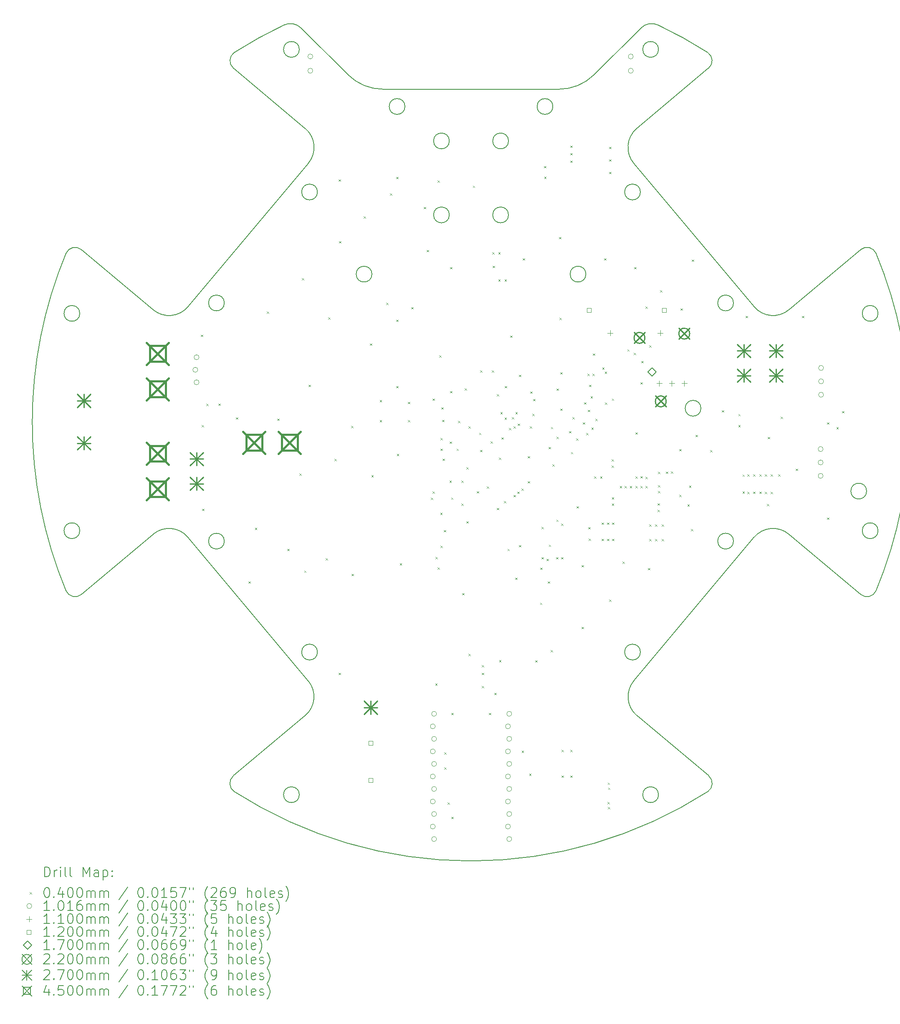
<source format=gbr>
%FSLAX45Y45*%
G04 Gerber Fmt 4.5, Leading zero omitted, Abs format (unit mm)*
G04 Created by KiCad (PCBNEW (6.0.0-0)) date 2022-03-23 00:11:23*
%MOMM*%
%LPD*%
G01*
G04 APERTURE LIST*
%TA.AperFunction,Profile*%
%ADD10C,0.200000*%
%TD*%
%ADD11C,0.200000*%
%ADD12C,0.040000*%
%ADD13C,0.101600*%
%ADD14C,0.110000*%
%ADD15C,0.120000*%
%ADD16C,0.170000*%
%ADD17C,0.220000*%
%ADD18C,0.270000*%
%ADD19C,0.450000*%
G04 APERTURE END LIST*
D10*
X20474602Y-6636957D02*
X19019631Y-7857827D01*
X17391122Y-2958420D02*
G75*
G03*
X17370359Y-2636741I-128554J153212D01*
G01*
X17393234Y-17310116D02*
X15936643Y-16088474D01*
X15934265Y-4180816D02*
G75*
G03*
X15872628Y-4885239I321386J-383029D01*
G01*
X19019131Y-12409092D02*
G75*
G03*
X18314471Y-12471126I-321338J-383069D01*
G01*
X4671398Y-6636957D02*
G75*
G03*
X4358213Y-6713271I-128558J-153209D01*
G01*
X4357509Y-13554238D02*
G75*
G03*
X4670687Y-13630610I184643J76857D01*
G01*
X15065524Y-3092679D02*
X16024454Y-2139504D01*
X9211735Y-4180816D02*
X7754878Y-2958420D01*
X19019131Y-12409092D02*
X20475313Y-13630610D01*
X12573000Y-19036486D02*
G75*
G03*
X17372545Y-17631796I0J8901887D01*
G01*
X14360548Y-3383447D02*
G75*
G03*
X15065524Y-3092679I0J1000000D01*
G01*
X7752766Y-17310117D02*
G75*
G03*
X7773455Y-17631796I128522J-153239D01*
G01*
X6126869Y-12409092D02*
X4670687Y-13630610D01*
X9271375Y-15384340D02*
X6831529Y-12471126D01*
X12573000Y-3383447D02*
X10785452Y-3383447D01*
X20788491Y-13554238D02*
G75*
G03*
X20787787Y-6713271I-8215491J3419638D01*
G01*
X15874625Y-15384340D02*
X18314471Y-12471126D01*
X17372545Y-17631796D02*
G75*
G03*
X17393234Y-17310116I-107832J168441D01*
G01*
X18315214Y-7796199D02*
X15872628Y-4885239D01*
X6830786Y-7796199D02*
X9273372Y-4885239D01*
X8782295Y-2080837D02*
G75*
G03*
X7775641Y-2636741I3790700J-8053755D01*
G01*
X4671398Y-6636957D02*
X6126369Y-7857827D01*
X7775641Y-2636741D02*
G75*
G03*
X7754878Y-2958420I107791J-168467D01*
G01*
X18315214Y-7796199D02*
G75*
G03*
X19019631Y-7857827I383022J321394D01*
G01*
X16363705Y-2080837D02*
G75*
G03*
X16024454Y-2139504I-127758J-271437D01*
G01*
X9273372Y-4885239D02*
G75*
G03*
X9211735Y-4180816I-383022J321394D01*
G01*
X6831529Y-12471126D02*
G75*
G03*
X6126869Y-12409092I-383322J-321036D01*
G01*
X15874625Y-15384340D02*
G75*
G03*
X15936643Y-16088474I383322J-321036D01*
G01*
X15934265Y-4180816D02*
X17391122Y-2958420D01*
X7773455Y-17631796D02*
G75*
G03*
X12573000Y-19036486I4799545J7497197D01*
G01*
X20787787Y-6713271D02*
G75*
G03*
X20474602Y-6636957I-184627J-76894D01*
G01*
X12573000Y-3383447D02*
X14360548Y-3383447D01*
X20475313Y-13630610D02*
G75*
G03*
X20788491Y-13554238I128535J153228D01*
G01*
X10080476Y-3092679D02*
G75*
G03*
X10785452Y-3383447I704975J709232D01*
G01*
X17370359Y-2636741D02*
G75*
G03*
X16363705Y-2080837I-4797354J-7497851D01*
G01*
X4358213Y-6713271D02*
G75*
G03*
X4357509Y-13554238I8214786J-3421329D01*
G01*
X9121546Y-2139504D02*
X10080476Y-3092679D01*
X9121546Y-2139504D02*
G75*
G03*
X8782295Y-2080837I-211493J-212769D01*
G01*
X9209357Y-16088474D02*
G75*
G03*
X9271375Y-15384340I-321304J383098D01*
G01*
X7752766Y-17310116D02*
X9209357Y-16088474D01*
X6126369Y-7857827D02*
G75*
G03*
X6830786Y-7796199I321395J383022D01*
G01*
X20596400Y-11535200D02*
G75*
G03*
X20596400Y-11535200I-160000J0D01*
G01*
X17236400Y-9855200D02*
G75*
G03*
X17236400Y-9855200I-160000J0D01*
G01*
X20828355Y-12338533D02*
G75*
G03*
X20828355Y-12338533I-160000J0D01*
G01*
X17896493Y-12549835D02*
G75*
G03*
X17896493Y-12549835I-160000J0D01*
G01*
X9457827Y-14800247D02*
G75*
G03*
X9457827Y-14800247I-160000J0D01*
G01*
X9090454Y-17692640D02*
G75*
G03*
X9090454Y-17692640I-160000J0D01*
G01*
X16008173Y-5468953D02*
G75*
G03*
X16008173Y-5468953I-160000J0D01*
G01*
X14903000Y-7134600D02*
G75*
G03*
X14903000Y-7134600I-160000J0D01*
G01*
X20828355Y-7930667D02*
G75*
G03*
X20828355Y-7930667I-160000J0D01*
G01*
X4637645Y-7930667D02*
G75*
G03*
X4637645Y-7930667I-160000J0D01*
G01*
X16375546Y-17692640D02*
G75*
G03*
X16375546Y-17692640I-160000J0D01*
G01*
X10563000Y-7134600D02*
G75*
G03*
X10563000Y-7134600I-160000J0D01*
G01*
X12133000Y-4433447D02*
G75*
G03*
X12133000Y-4433447I-160000J0D01*
G01*
X16008173Y-14800247D02*
G75*
G03*
X16008173Y-14800247I-160000J0D01*
G01*
X12133000Y-5933447D02*
G75*
G03*
X12133000Y-5933447I-160000J0D01*
G01*
X9090454Y-2576561D02*
G75*
G03*
X9090454Y-2576561I-160000J0D01*
G01*
X13333000Y-5933447D02*
G75*
G03*
X13333000Y-5933447I-160000J0D01*
G01*
X9457827Y-5468953D02*
G75*
G03*
X9457827Y-5468953I-160000J0D01*
G01*
X4637645Y-12338533D02*
G75*
G03*
X4637645Y-12338533I-160000J0D01*
G01*
X7569507Y-12549835D02*
G75*
G03*
X7569507Y-12549835I-160000J0D01*
G01*
X14233000Y-3734600D02*
G75*
G03*
X14233000Y-3734600I-160000J0D01*
G01*
X7569507Y-7719365D02*
G75*
G03*
X7569507Y-7719365I-160000J0D01*
G01*
X13333000Y-4433447D02*
G75*
G03*
X13333000Y-4433447I-160000J0D01*
G01*
X16375546Y-2576561D02*
G75*
G03*
X16375546Y-2576561I-160000J0D01*
G01*
X17896493Y-7719365D02*
G75*
G03*
X17896493Y-7719365I-160000J0D01*
G01*
X11233000Y-3734600D02*
G75*
G03*
X11233000Y-3734600I-160000J0D01*
G01*
D11*
D12*
X7092000Y-8362000D02*
X7132000Y-8402000D01*
X7132000Y-8362000D02*
X7092000Y-8402000D01*
X7113032Y-10198021D02*
X7153032Y-10238021D01*
X7153032Y-10198021D02*
X7113032Y-10238021D01*
X7117400Y-11892600D02*
X7157400Y-11932600D01*
X7157400Y-11892600D02*
X7117400Y-11932600D01*
X7203579Y-9762231D02*
X7243579Y-9802231D01*
X7243579Y-9762231D02*
X7203579Y-9802231D01*
X7447995Y-9758600D02*
X7487995Y-9798600D01*
X7487995Y-9758600D02*
X7447995Y-9798600D01*
X7803200Y-10038400D02*
X7843200Y-10078400D01*
X7843200Y-10038400D02*
X7803200Y-10078400D01*
X8057200Y-13365800D02*
X8097200Y-13405800D01*
X8097200Y-13365800D02*
X8057200Y-13405800D01*
X8189832Y-12276221D02*
X8229832Y-12316221D01*
X8229832Y-12276221D02*
X8189832Y-12316221D01*
X8433120Y-7892100D02*
X8473120Y-7932100D01*
X8473120Y-7892100D02*
X8433120Y-7932100D01*
X8641400Y-10063800D02*
X8681400Y-10103800D01*
X8681400Y-10063800D02*
X8641400Y-10103800D01*
X8844600Y-12705400D02*
X8884600Y-12745400D01*
X8884600Y-12705400D02*
X8844600Y-12745400D01*
X9088832Y-11177221D02*
X9128832Y-11217221D01*
X9128832Y-11177221D02*
X9088832Y-11217221D01*
X9142995Y-7212592D02*
X9182995Y-7252592D01*
X9182995Y-7212592D02*
X9142995Y-7252592D01*
X9187832Y-13146221D02*
X9227832Y-13186221D01*
X9227832Y-13146221D02*
X9187832Y-13186221D01*
X9276400Y-9378000D02*
X9316400Y-9418000D01*
X9316400Y-9378000D02*
X9276400Y-9418000D01*
X9626832Y-12894221D02*
X9666832Y-12934221D01*
X9666832Y-12894221D02*
X9626832Y-12934221D01*
X9678432Y-8013621D02*
X9718432Y-8053621D01*
X9718432Y-8013621D02*
X9678432Y-8053621D01*
X9805432Y-10883821D02*
X9845432Y-10923821D01*
X9845432Y-10883821D02*
X9805432Y-10923821D01*
X9886000Y-5212400D02*
X9926000Y-5252400D01*
X9926000Y-5212400D02*
X9886000Y-5252400D01*
X9886000Y-15220000D02*
X9926000Y-15260000D01*
X9926000Y-15220000D02*
X9886000Y-15260000D01*
X9892995Y-6465092D02*
X9932995Y-6505092D01*
X9932995Y-6465092D02*
X9892995Y-6505092D01*
X10142995Y-10215092D02*
X10182995Y-10255092D01*
X10182995Y-10215092D02*
X10142995Y-10255092D01*
X10146832Y-13214221D02*
X10186832Y-13254221D01*
X10186832Y-13214221D02*
X10146832Y-13254221D01*
X10392995Y-5962592D02*
X10432995Y-6002592D01*
X10432995Y-5962592D02*
X10392995Y-6002592D01*
X10521000Y-8539800D02*
X10561000Y-8579800D01*
X10561000Y-8539800D02*
X10521000Y-8579800D01*
X10551832Y-11213221D02*
X10591832Y-11253221D01*
X10591832Y-11213221D02*
X10551832Y-11253221D01*
X10720495Y-10094600D02*
X10760495Y-10134600D01*
X10760495Y-10094600D02*
X10720495Y-10134600D01*
X10721745Y-9685850D02*
X10761745Y-9725850D01*
X10761745Y-9685850D02*
X10721745Y-9725850D01*
X10851832Y-7717221D02*
X10891832Y-7757221D01*
X10891832Y-7717221D02*
X10851832Y-7757221D01*
X10927395Y-5496872D02*
X10967395Y-5536872D01*
X10967395Y-5496872D02*
X10927395Y-5536872D01*
X11054400Y-5161600D02*
X11094400Y-5201600D01*
X11094400Y-5161600D02*
X11054400Y-5201600D01*
X11054400Y-8057200D02*
X11094400Y-8097200D01*
X11094400Y-8057200D02*
X11054400Y-8097200D01*
X11054400Y-9403400D02*
X11094400Y-9443400D01*
X11094400Y-9403400D02*
X11054400Y-9443400D01*
X11068832Y-10780221D02*
X11108832Y-10820221D01*
X11108832Y-10780221D02*
X11068832Y-10820221D01*
X11127832Y-12999221D02*
X11167832Y-13039221D01*
X11167832Y-12999221D02*
X11127832Y-13039221D01*
X11292995Y-9724600D02*
X11332995Y-9764600D01*
X11332995Y-9724600D02*
X11292995Y-9764600D01*
X11292995Y-10094512D02*
X11332995Y-10134512D01*
X11332995Y-10094512D02*
X11292995Y-10134512D01*
X11359200Y-7803200D02*
X11399200Y-7843200D01*
X11399200Y-7803200D02*
X11359200Y-7843200D01*
X11613200Y-5771200D02*
X11653200Y-5811200D01*
X11653200Y-5771200D02*
X11613200Y-5811200D01*
X11672995Y-6642592D02*
X11712995Y-6682592D01*
X11712995Y-6642592D02*
X11672995Y-6682592D01*
X11760495Y-11666600D02*
X11800495Y-11706600D01*
X11800495Y-11666600D02*
X11760495Y-11706600D01*
X11791000Y-9657400D02*
X11831000Y-9697400D01*
X11831000Y-9657400D02*
X11791000Y-9697400D01*
X11793995Y-11541600D02*
X11833995Y-11581600D01*
X11833995Y-11541600D02*
X11793995Y-11581600D01*
X11846880Y-15433360D02*
X11886880Y-15473360D01*
X11886880Y-15433360D02*
X11846880Y-15473360D01*
X11852995Y-12869600D02*
X11892995Y-12909600D01*
X11892995Y-12869600D02*
X11852995Y-12909600D01*
X11892595Y-5232712D02*
X11932595Y-5272712D01*
X11932595Y-5232712D02*
X11892595Y-5272712D01*
X11895140Y-13081320D02*
X11935140Y-13121320D01*
X11935140Y-13081320D02*
X11895140Y-13121320D01*
X11929832Y-8780221D02*
X11969832Y-8820221D01*
X11969832Y-8780221D02*
X11929832Y-8820221D01*
X11949832Y-11972221D02*
X11989832Y-12012221D01*
X11989832Y-11972221D02*
X11949832Y-12012221D01*
X11952975Y-10457120D02*
X11992975Y-10497120D01*
X11992975Y-10457120D02*
X11952975Y-10497120D01*
X11952995Y-10674600D02*
X11992995Y-10714600D01*
X11992995Y-10674600D02*
X11952995Y-10714600D01*
X11953832Y-12642221D02*
X11993832Y-12682221D01*
X11993832Y-12642221D02*
X11953832Y-12682221D01*
X11967995Y-9834600D02*
X12007995Y-9874600D01*
X12007995Y-9834600D02*
X11967995Y-9874600D01*
X11986580Y-10089200D02*
X12026580Y-10129200D01*
X12026580Y-10089200D02*
X11986580Y-10129200D01*
X11996740Y-10876600D02*
X12036740Y-10916600D01*
X12036740Y-10876600D02*
X11996740Y-10916600D01*
X12019600Y-12324400D02*
X12059600Y-12364400D01*
X12059600Y-12324400D02*
X12019600Y-12364400D01*
X12032300Y-16832900D02*
X12072300Y-16872900D01*
X12072300Y-16832900D02*
X12032300Y-16872900D01*
X12032300Y-17137700D02*
X12072300Y-17177700D01*
X12072300Y-17137700D02*
X12032300Y-17177700D01*
X12095800Y-17846360D02*
X12135800Y-17886360D01*
X12135800Y-17846360D02*
X12095800Y-17886360D01*
X12134832Y-11320221D02*
X12174832Y-11360221D01*
X12174832Y-11320221D02*
X12134832Y-11360221D01*
X12136832Y-10530221D02*
X12176832Y-10570221D01*
X12176832Y-10530221D02*
X12136832Y-10570221D01*
X12146600Y-6990400D02*
X12186600Y-7030400D01*
X12186600Y-6990400D02*
X12146600Y-7030400D01*
X12146600Y-9505000D02*
X12186600Y-9545000D01*
X12186600Y-9505000D02*
X12146600Y-9545000D01*
X12169460Y-11664000D02*
X12209460Y-11704000D01*
X12209460Y-11664000D02*
X12169460Y-11704000D01*
X12172000Y-16032800D02*
X12212000Y-16072800D01*
X12212000Y-16032800D02*
X12172000Y-16072800D01*
X12172000Y-18141000D02*
X12212000Y-18181000D01*
X12212000Y-18141000D02*
X12172000Y-18181000D01*
X12277995Y-10674384D02*
X12317995Y-10714384D01*
X12317995Y-10674384D02*
X12277995Y-10714384D01*
X12308832Y-10109221D02*
X12348832Y-10149221D01*
X12348832Y-10109221D02*
X12308832Y-10149221D01*
X12376832Y-11320221D02*
X12416832Y-11360221D01*
X12416832Y-11320221D02*
X12376832Y-11360221D01*
X12377832Y-11786220D02*
X12417832Y-11826220D01*
X12417832Y-11786220D02*
X12377832Y-11826220D01*
X12392995Y-13602592D02*
X12432995Y-13642592D01*
X12432995Y-13602592D02*
X12392995Y-13642592D01*
X12445495Y-9447100D02*
X12485495Y-9487100D01*
X12485495Y-9447100D02*
X12445495Y-9487100D01*
X12479340Y-11051860D02*
X12519340Y-11091860D01*
X12519340Y-11051860D02*
X12479340Y-11091860D01*
X12479340Y-12146600D02*
X12519340Y-12186600D01*
X12519340Y-12146600D02*
X12479340Y-12186600D01*
X12522520Y-14833920D02*
X12562520Y-14873920D01*
X12562520Y-14833920D02*
X12522520Y-14873920D01*
X12523232Y-10223421D02*
X12563232Y-10263421D01*
X12563232Y-10223421D02*
X12523232Y-10263421D01*
X12608875Y-5339392D02*
X12648875Y-5379392D01*
X12648875Y-5339392D02*
X12608875Y-5379392D01*
X12691995Y-11537600D02*
X12731995Y-11577600D01*
X12731995Y-11537600D02*
X12691995Y-11577600D01*
X12735495Y-10352100D02*
X12775495Y-10392100D01*
X12775495Y-10352100D02*
X12735495Y-10392100D01*
X12756195Y-9085400D02*
X12796195Y-9125400D01*
X12796195Y-9085400D02*
X12756195Y-9125400D01*
X12756200Y-10698800D02*
X12796200Y-10738800D01*
X12796200Y-10698800D02*
X12756200Y-10738800D01*
X12788995Y-15219600D02*
X12828995Y-15259600D01*
X12828995Y-15219600D02*
X12788995Y-15259600D01*
X12791760Y-15062520D02*
X12831760Y-15102520D01*
X12831760Y-15062520D02*
X12791760Y-15102520D01*
X12792995Y-15484600D02*
X12832995Y-15524600D01*
X12832995Y-15484600D02*
X12792995Y-15524600D01*
X12890995Y-11437600D02*
X12930995Y-11477600D01*
X12930995Y-11437600D02*
X12890995Y-11477600D01*
X12934000Y-16032800D02*
X12974000Y-16072800D01*
X12974000Y-16032800D02*
X12934000Y-16072800D01*
X12970495Y-10524600D02*
X13010495Y-10564600D01*
X13010495Y-10524600D02*
X12970495Y-10564600D01*
X12991995Y-9084600D02*
X13031995Y-9124600D01*
X13031995Y-9084600D02*
X12991995Y-9124600D01*
X13000495Y-6687592D02*
X13040495Y-6727592D01*
X13040495Y-6687592D02*
X13000495Y-6727592D01*
X13010200Y-6965000D02*
X13050200Y-7005000D01*
X13050200Y-6965000D02*
X13010200Y-7005000D01*
X13048300Y-15626400D02*
X13088300Y-15666400D01*
X13088300Y-15626400D02*
X13048300Y-15666400D01*
X13094020Y-11874820D02*
X13134020Y-11914820D01*
X13134020Y-11874820D02*
X13094020Y-11914820D01*
X13095832Y-9566221D02*
X13135832Y-9606221D01*
X13135832Y-9566221D02*
X13095832Y-9606221D01*
X13125495Y-6687592D02*
X13165495Y-6727592D01*
X13165495Y-6687592D02*
X13125495Y-6727592D01*
X13125495Y-7237592D02*
X13165495Y-7277592D01*
X13165495Y-7237592D02*
X13125495Y-7277592D01*
X13137832Y-10858221D02*
X13177832Y-10898221D01*
X13177832Y-10858221D02*
X13137832Y-10898221D01*
X13142995Y-14962592D02*
X13182995Y-15002592D01*
X13182995Y-14962592D02*
X13142995Y-15002592D01*
X13167995Y-9934600D02*
X13207995Y-9974600D01*
X13207995Y-9934600D02*
X13167995Y-9974600D01*
X13190540Y-10444800D02*
X13230540Y-10484800D01*
X13230540Y-10444800D02*
X13190540Y-10484800D01*
X13238832Y-11738221D02*
X13278832Y-11778221D01*
X13278832Y-11738221D02*
X13238832Y-11778221D01*
X13252832Y-10042221D02*
X13292832Y-10082221D01*
X13292832Y-10042221D02*
X13252832Y-10082221D01*
X13252995Y-7237592D02*
X13292995Y-7277592D01*
X13292995Y-7237592D02*
X13252995Y-7277592D01*
X13257832Y-9404221D02*
X13297832Y-9444221D01*
X13297832Y-9404221D02*
X13257832Y-9444221D01*
X13311832Y-12706221D02*
X13351832Y-12746221D01*
X13351832Y-12706221D02*
X13311832Y-12746221D01*
X13340222Y-10254173D02*
X13380222Y-10294173D01*
X13380222Y-10254173D02*
X13340222Y-10294173D01*
X13364832Y-8379221D02*
X13404832Y-8419221D01*
X13404832Y-8379221D02*
X13364832Y-8419221D01*
X13403900Y-10033320D02*
X13443900Y-10073320D01*
X13443900Y-10033320D02*
X13403900Y-10073320D01*
X13431840Y-11613200D02*
X13471840Y-11653200D01*
X13471840Y-11613200D02*
X13431840Y-11653200D01*
X13433693Y-10218773D02*
X13473693Y-10258773D01*
X13473693Y-10218773D02*
X13433693Y-10258773D01*
X13467400Y-13289600D02*
X13507400Y-13329600D01*
X13507400Y-13289600D02*
X13467400Y-13329600D01*
X13473288Y-9930912D02*
X13513288Y-9970912D01*
X13513288Y-9930912D02*
X13473288Y-9970912D01*
X13510580Y-11544620D02*
X13550580Y-11584620D01*
X13550580Y-11544620D02*
X13510580Y-11584620D01*
X13518200Y-10165400D02*
X13558200Y-10205400D01*
X13558200Y-10165400D02*
X13518200Y-10205400D01*
X13543600Y-9174800D02*
X13583600Y-9214800D01*
X13583600Y-9174800D02*
X13543600Y-9214800D01*
X13543600Y-12629200D02*
X13583600Y-12669200D01*
X13583600Y-12629200D02*
X13543600Y-12669200D01*
X13596940Y-11483660D02*
X13636940Y-11523660D01*
X13636940Y-11483660D02*
X13596940Y-11523660D01*
X13599480Y-16799880D02*
X13639480Y-16839880D01*
X13639480Y-16799880D02*
X13599480Y-16839880D01*
X13619800Y-6812600D02*
X13659800Y-6852600D01*
X13659800Y-6812600D02*
X13619800Y-6852600D01*
X13721400Y-10825800D02*
X13761400Y-10865800D01*
X13761400Y-10825800D02*
X13721400Y-10865800D01*
X13721400Y-11333800D02*
X13761400Y-11373800D01*
X13761400Y-11333800D02*
X13721400Y-11373800D01*
X13751880Y-17264700D02*
X13791880Y-17304700D01*
X13791880Y-17264700D02*
X13751880Y-17304700D01*
X13765388Y-10223012D02*
X13805388Y-10263012D01*
X13805388Y-10223012D02*
X13765388Y-10263012D01*
X13771832Y-9513221D02*
X13811832Y-9553221D01*
X13811832Y-9513221D02*
X13771832Y-9553221D01*
X13817832Y-9969221D02*
X13857832Y-10009221D01*
X13857832Y-9969221D02*
X13817832Y-10009221D01*
X13832975Y-9667120D02*
X13872975Y-9707120D01*
X13872975Y-9667120D02*
X13832975Y-9707120D01*
X13873800Y-14966000D02*
X13913800Y-15006000D01*
X13913800Y-14966000D02*
X13873800Y-15006000D01*
X13972832Y-13797221D02*
X14012832Y-13837221D01*
X14012832Y-13797221D02*
X13972832Y-13837221D01*
X13975400Y-13086400D02*
X14015400Y-13126400D01*
X14015400Y-13086400D02*
X13975400Y-13126400D01*
X14000800Y-12258360D02*
X14040800Y-12298360D01*
X14040800Y-12258360D02*
X14000800Y-12298360D01*
X14000800Y-12875580D02*
X14040800Y-12915580D01*
X14040800Y-12875580D02*
X14000800Y-12915580D01*
X14055495Y-4941558D02*
X14095495Y-4981558D01*
X14095495Y-4941558D02*
X14055495Y-4981558D01*
X14056618Y-5158110D02*
X14096618Y-5198110D01*
X14096618Y-5158110D02*
X14056618Y-5198110D01*
X14102400Y-12908600D02*
X14142400Y-12948600D01*
X14142400Y-12908600D02*
X14102400Y-12948600D01*
X14127800Y-13365800D02*
X14167800Y-13405800D01*
X14167800Y-13365800D02*
X14127800Y-13405800D01*
X14145495Y-10639600D02*
X14185495Y-10679600D01*
X14185495Y-10639600D02*
X14145495Y-10679600D01*
X14150660Y-12621580D02*
X14190660Y-12661580D01*
X14190660Y-12621580D02*
X14150660Y-12661580D01*
X14191300Y-14757720D02*
X14231300Y-14797720D01*
X14231300Y-14757720D02*
X14191300Y-14797720D01*
X14193502Y-10232567D02*
X14233502Y-10272567D01*
X14233502Y-10232567D02*
X14193502Y-10272567D01*
X14221832Y-10991221D02*
X14261832Y-11031221D01*
X14261832Y-10991221D02*
X14221832Y-11031221D01*
X14300520Y-12875580D02*
X14340520Y-12915580D01*
X14340520Y-12875580D02*
X14300520Y-12915580D01*
X14303060Y-12113580D02*
X14343060Y-12153580D01*
X14343060Y-12113580D02*
X14303060Y-12153580D01*
X14305600Y-9454200D02*
X14345600Y-9494200D01*
X14345600Y-9454200D02*
X14305600Y-9494200D01*
X14305832Y-10434221D02*
X14345832Y-10474221D01*
X14345832Y-10434221D02*
X14305832Y-10474221D01*
X14356400Y-6380800D02*
X14396400Y-6420800D01*
X14396400Y-6380800D02*
X14356400Y-6420800D01*
X14367832Y-8017221D02*
X14407832Y-8057221D01*
X14407832Y-8017221D02*
X14367832Y-8057221D01*
X14381800Y-9124000D02*
X14421800Y-9164000D01*
X14421800Y-9124000D02*
X14381800Y-9164000D01*
X14381800Y-9860600D02*
X14421800Y-9900600D01*
X14421800Y-9860600D02*
X14381800Y-9900600D01*
X14402120Y-12192320D02*
X14442120Y-12232320D01*
X14442120Y-12192320D02*
X14402120Y-12232320D01*
X14402120Y-12875580D02*
X14442120Y-12915580D01*
X14442120Y-12875580D02*
X14402120Y-12915580D01*
X14407200Y-16784640D02*
X14447200Y-16824640D01*
X14447200Y-16784640D02*
X14407200Y-16824640D01*
X14407200Y-17302800D02*
X14447200Y-17342800D01*
X14447200Y-17302800D02*
X14407200Y-17342800D01*
X14559600Y-10317800D02*
X14599600Y-10357800D01*
X14599600Y-10317800D02*
X14559600Y-10357800D01*
X14585000Y-4526600D02*
X14625000Y-4566600D01*
X14625000Y-4526600D02*
X14585000Y-4566600D01*
X14585000Y-4679000D02*
X14625000Y-4719000D01*
X14625000Y-4679000D02*
X14585000Y-4719000D01*
X14585000Y-4831400D02*
X14625000Y-4871400D01*
X14625000Y-4831400D02*
X14585000Y-4871400D01*
X14585000Y-16784640D02*
X14625000Y-16824640D01*
X14625000Y-16784640D02*
X14585000Y-16824640D01*
X14585000Y-17302800D02*
X14625000Y-17342800D01*
X14625000Y-17302800D02*
X14585000Y-17342800D01*
X14598832Y-10741221D02*
X14638832Y-10781221D01*
X14638832Y-10741221D02*
X14598832Y-10781221D01*
X14630832Y-10035221D02*
X14670832Y-10075221D01*
X14670832Y-10035221D02*
X14630832Y-10075221D01*
X14706909Y-10468462D02*
X14746909Y-10508462D01*
X14746909Y-10468462D02*
X14706909Y-10508462D01*
X14712000Y-11841800D02*
X14752000Y-11881800D01*
X14752000Y-11841800D02*
X14712000Y-11881800D01*
X14813600Y-13035600D02*
X14853600Y-13075600D01*
X14853600Y-13035600D02*
X14813600Y-13075600D01*
X14816140Y-14287820D02*
X14856140Y-14327820D01*
X14856140Y-14287820D02*
X14816140Y-14327820D01*
X14839000Y-10140000D02*
X14879000Y-10180000D01*
X14879000Y-10140000D02*
X14839000Y-10180000D01*
X14864400Y-9733600D02*
X14904400Y-9773600D01*
X14904400Y-9733600D02*
X14864400Y-9773600D01*
X14905880Y-10355060D02*
X14945880Y-10395060D01*
X14945880Y-10355060D02*
X14905880Y-10395060D01*
X14932602Y-9153451D02*
X14972602Y-9193451D01*
X14972602Y-9153451D02*
X14932602Y-9193451D01*
X14944832Y-9885221D02*
X14984832Y-9925221D01*
X14984832Y-9885221D02*
X14944832Y-9925221D01*
X14950760Y-12264867D02*
X14990760Y-12304867D01*
X14990760Y-12264867D02*
X14950760Y-12304867D01*
X14955840Y-12499671D02*
X14995840Y-12539671D01*
X14995840Y-12499671D02*
X14955840Y-12539671D01*
X14966000Y-9378000D02*
X15006000Y-9418000D01*
X15006000Y-9378000D02*
X14966000Y-9418000D01*
X14996745Y-9609600D02*
X15036745Y-9649600D01*
X15036745Y-9609600D02*
X14996745Y-9649600D01*
X15014260Y-10246680D02*
X15054260Y-10286680D01*
X15054260Y-10246680D02*
X15014260Y-10286680D01*
X15034832Y-9153221D02*
X15074832Y-9193221D01*
X15074832Y-9153221D02*
X15034832Y-9193221D01*
X15042200Y-8743000D02*
X15082200Y-8783000D01*
X15082200Y-8743000D02*
X15042200Y-8783000D01*
X15070995Y-11234600D02*
X15110995Y-11274600D01*
X15110995Y-11234600D02*
X15070995Y-11274600D01*
X15095540Y-10071221D02*
X15135540Y-10111221D01*
X15135540Y-10071221D02*
X15095540Y-10111221D01*
X15191995Y-11234600D02*
X15231995Y-11274600D01*
X15231995Y-11234600D02*
X15191995Y-11274600D01*
X15220000Y-12172000D02*
X15260000Y-12212000D01*
X15260000Y-12172000D02*
X15220000Y-12212000D01*
X15220000Y-12502200D02*
X15260000Y-12542200D01*
X15260000Y-12502200D02*
X15220000Y-12542200D01*
X15233809Y-9028275D02*
X15273809Y-9068275D01*
X15273809Y-9028275D02*
X15233809Y-9068275D01*
X15270800Y-6812600D02*
X15310800Y-6852600D01*
X15310800Y-6812600D02*
X15270800Y-6852600D01*
X15284832Y-9114221D02*
X15324832Y-9154221D01*
X15324832Y-9114221D02*
X15284832Y-9154221D01*
X15291832Y-9736221D02*
X15331832Y-9776221D01*
X15331832Y-9736221D02*
X15291832Y-9776221D01*
X15334300Y-12172000D02*
X15374300Y-12212000D01*
X15374300Y-12172000D02*
X15334300Y-12212000D01*
X15334300Y-12502200D02*
X15374300Y-12542200D01*
X15374300Y-12502200D02*
X15334300Y-12542200D01*
X15341694Y-17843071D02*
X15381694Y-17883071D01*
X15381694Y-17843071D02*
X15341694Y-17883071D01*
X15344460Y-17447330D02*
X15384460Y-17487330D01*
X15384460Y-17447330D02*
X15344460Y-17487330D01*
X15347000Y-17942880D02*
X15387000Y-17982880D01*
X15387000Y-17942880D02*
X15347000Y-17982880D01*
X15352080Y-17547330D02*
X15392080Y-17587330D01*
X15392080Y-17547330D02*
X15352080Y-17587330D01*
X15372400Y-4552000D02*
X15412400Y-4592000D01*
X15412400Y-4552000D02*
X15372400Y-4592000D01*
X15372400Y-4806000D02*
X15412400Y-4846000D01*
X15412400Y-4806000D02*
X15372400Y-4846000D01*
X15372400Y-5060000D02*
X15412400Y-5100000D01*
X15412400Y-5060000D02*
X15372400Y-5100000D01*
X15372400Y-13736640D02*
X15412400Y-13776640D01*
X15412400Y-13736640D02*
X15372400Y-13776640D01*
X15423200Y-10889300D02*
X15463200Y-10929300D01*
X15463200Y-10889300D02*
X15423200Y-10929300D01*
X15423200Y-11016300D02*
X15463200Y-11056300D01*
X15463200Y-11016300D02*
X15423200Y-11056300D01*
X15427995Y-11659600D02*
X15467995Y-11699600D01*
X15467995Y-11659600D02*
X15427995Y-11699600D01*
X15427995Y-11785600D02*
X15467995Y-11825600D01*
X15467995Y-11785600D02*
X15427995Y-11825600D01*
X15428280Y-9657400D02*
X15468280Y-9697400D01*
X15468280Y-9657400D02*
X15428280Y-9697400D01*
X15435900Y-12172000D02*
X15475900Y-12212000D01*
X15475900Y-12172000D02*
X15435900Y-12212000D01*
X15435900Y-12502200D02*
X15475900Y-12542200D01*
X15475900Y-12502200D02*
X15435900Y-12542200D01*
X15589359Y-11431814D02*
X15629359Y-11471814D01*
X15629359Y-11431814D02*
X15589359Y-11471814D01*
X15642995Y-12962592D02*
X15682995Y-13002592D01*
X15682995Y-12962592D02*
X15642995Y-13002592D01*
X15689354Y-11429349D02*
X15729354Y-11469349D01*
X15729354Y-11429349D02*
X15689354Y-11469349D01*
X15740752Y-8658048D02*
X15780752Y-8698048D01*
X15780752Y-8658048D02*
X15740752Y-8698048D01*
X15793412Y-11430948D02*
X15833412Y-11470948D01*
X15833412Y-11430948D02*
X15793412Y-11470948D01*
X15872780Y-8729284D02*
X15912780Y-8769284D01*
X15912780Y-8729284D02*
X15872780Y-8769284D01*
X15880400Y-6990400D02*
X15920400Y-7030400D01*
X15920400Y-6990400D02*
X15880400Y-7030400D01*
X15905800Y-11237280D02*
X15945800Y-11277280D01*
X15945800Y-11237280D02*
X15905800Y-11277280D01*
X15905800Y-11430320D02*
X15945800Y-11470320D01*
X15945800Y-11430320D02*
X15905800Y-11470320D01*
X15907832Y-10344221D02*
X15947832Y-10384221D01*
X15947832Y-10344221D02*
X15907832Y-10384221D01*
X16007400Y-9327200D02*
X16047400Y-9367200D01*
X16047400Y-9327200D02*
X16007400Y-9367200D01*
X16007400Y-11232200D02*
X16047400Y-11272200D01*
X16047400Y-11232200D02*
X16007400Y-11272200D01*
X16007400Y-11430320D02*
X16047400Y-11470320D01*
X16047400Y-11430320D02*
X16007400Y-11470320D01*
X16024570Y-8896010D02*
X16064570Y-8936010D01*
X16064570Y-8896010D02*
X16024570Y-8936010D01*
X16109000Y-11247440D02*
X16149000Y-11287440D01*
X16149000Y-11247440D02*
X16109000Y-11287440D01*
X16109000Y-11430320D02*
X16149000Y-11470320D01*
X16149000Y-11430320D02*
X16109000Y-11470320D01*
X16111540Y-7790500D02*
X16151540Y-7830500D01*
X16151540Y-7790500D02*
X16111540Y-7830500D01*
X16162340Y-13094020D02*
X16202340Y-13134020D01*
X16202340Y-13094020D02*
X16162340Y-13134020D01*
X16185200Y-8580440D02*
X16225200Y-8620440D01*
X16225200Y-8580440D02*
X16185200Y-8620440D01*
X16185200Y-12212640D02*
X16225200Y-12252640D01*
X16225200Y-12212640D02*
X16185200Y-12252640D01*
X16185200Y-12507280D02*
X16225200Y-12547280D01*
X16225200Y-12507280D02*
X16185200Y-12547280D01*
X16307120Y-12212640D02*
X16347120Y-12252640D01*
X16347120Y-12212640D02*
X16307120Y-12252640D01*
X16307120Y-12507280D02*
X16347120Y-12547280D01*
X16347120Y-12507280D02*
X16307120Y-12547280D01*
X16357995Y-11782100D02*
X16397995Y-11822100D01*
X16397995Y-11782100D02*
X16357995Y-11822100D01*
X16357995Y-11914600D02*
X16397995Y-11954600D01*
X16397995Y-11914600D02*
X16357995Y-11954600D01*
X16363000Y-11143300D02*
X16403000Y-11183300D01*
X16403000Y-11143300D02*
X16363000Y-11183300D01*
X16363000Y-11412002D02*
X16403000Y-11452002D01*
X16403000Y-11412002D02*
X16363000Y-11452002D01*
X16363000Y-11534460D02*
X16403000Y-11574460D01*
X16403000Y-11534460D02*
X16363000Y-11574460D01*
X16403640Y-7457760D02*
X16443640Y-7497760D01*
X16443640Y-7457760D02*
X16403640Y-7497760D01*
X16439200Y-12207560D02*
X16479200Y-12247560D01*
X16479200Y-12207560D02*
X16439200Y-12247560D01*
X16439200Y-12507280D02*
X16479200Y-12547280D01*
X16479200Y-12507280D02*
X16439200Y-12547280D01*
X16525560Y-11138220D02*
X16565560Y-11178220D01*
X16565560Y-11138220D02*
X16525560Y-11178220D01*
X16629700Y-11136889D02*
X16669700Y-11176889D01*
X16669700Y-11136889D02*
X16629700Y-11176889D01*
X16797340Y-10680976D02*
X16837340Y-10720976D01*
X16837340Y-10680976D02*
X16797340Y-10720976D01*
X16797340Y-11610660D02*
X16837340Y-11650660D01*
X16837340Y-11610660D02*
X16797340Y-11650660D01*
X16820200Y-7828600D02*
X16860200Y-7868600D01*
X16860200Y-7828600D02*
X16820200Y-7868600D01*
X16960832Y-11806221D02*
X17000832Y-11846221D01*
X17000832Y-11806221D02*
X16960832Y-11846221D01*
X16995460Y-11425240D02*
X17035460Y-11465240D01*
X17035460Y-11425240D02*
X16995460Y-11465240D01*
X17031832Y-12301221D02*
X17071832Y-12341221D01*
X17071832Y-12301221D02*
X17031832Y-12341221D01*
X17048800Y-6838000D02*
X17088800Y-6878000D01*
X17088800Y-6838000D02*
X17048800Y-6878000D01*
X17125000Y-10394000D02*
X17165000Y-10434000D01*
X17165000Y-10394000D02*
X17125000Y-10434000D01*
X17422180Y-10703880D02*
X17462180Y-10743880D01*
X17462180Y-10703880D02*
X17422180Y-10743880D01*
X17657995Y-9894600D02*
X17697995Y-9934600D01*
X17697995Y-9894600D02*
X17657995Y-9934600D01*
X17992995Y-9970600D02*
X18032995Y-10010600D01*
X18032995Y-9970600D02*
X17992995Y-10010600D01*
X17992995Y-10197100D02*
X18032995Y-10237100D01*
X18032995Y-10197100D02*
X17992995Y-10237100D01*
X18079196Y-11198336D02*
X18119196Y-11238336D01*
X18119196Y-11198336D02*
X18079196Y-11238336D01*
X18079196Y-11544133D02*
X18119196Y-11584133D01*
X18119196Y-11544133D02*
X18079196Y-11584133D01*
X18141000Y-7981000D02*
X18181000Y-8021000D01*
X18181000Y-7981000D02*
X18141000Y-8021000D01*
X18179100Y-11194100D02*
X18219100Y-11234100D01*
X18219100Y-11194100D02*
X18179100Y-11234100D01*
X18179100Y-11547160D02*
X18219100Y-11587160D01*
X18219100Y-11547160D02*
X18179100Y-11587160D01*
X18293400Y-11196640D02*
X18333400Y-11236640D01*
X18333400Y-11196640D02*
X18293400Y-11236640D01*
X18293400Y-11544620D02*
X18333400Y-11584620D01*
X18333400Y-11544620D02*
X18293400Y-11584620D01*
X18420400Y-11196640D02*
X18460400Y-11236640D01*
X18460400Y-11196640D02*
X18420400Y-11236640D01*
X18420400Y-11544620D02*
X18460400Y-11584620D01*
X18460400Y-11544620D02*
X18420400Y-11584620D01*
X18534700Y-11194100D02*
X18574700Y-11234100D01*
X18574700Y-11194100D02*
X18534700Y-11234100D01*
X18534700Y-11549700D02*
X18574700Y-11589700D01*
X18574700Y-11549700D02*
X18534700Y-11589700D01*
X18573832Y-11796221D02*
X18613832Y-11836221D01*
X18613832Y-11796221D02*
X18573832Y-11836221D01*
X18593120Y-10437180D02*
X18633120Y-10477180D01*
X18633120Y-10437180D02*
X18593120Y-10477180D01*
X18649000Y-11191560D02*
X18689000Y-11231560D01*
X18689000Y-11191560D02*
X18649000Y-11231560D01*
X18649000Y-11547160D02*
X18689000Y-11587160D01*
X18689000Y-11547160D02*
X18649000Y-11587160D01*
X18801400Y-11191560D02*
X18841400Y-11231560D01*
X18841400Y-11191560D02*
X18801400Y-11231560D01*
X18852200Y-10028240D02*
X18892200Y-10068240D01*
X18892200Y-10028240D02*
X18852200Y-10068240D01*
X19157000Y-11079800D02*
X19197000Y-11119800D01*
X19197000Y-11079800D02*
X19157000Y-11119800D01*
X19284000Y-7981000D02*
X19324000Y-8021000D01*
X19324000Y-7981000D02*
X19284000Y-8021000D01*
X19792000Y-10140000D02*
X19832000Y-10180000D01*
X19832000Y-10140000D02*
X19792000Y-10180000D01*
X19792000Y-12070400D02*
X19832000Y-12110400D01*
X19832000Y-12070400D02*
X19792000Y-12110400D01*
X19983832Y-10236221D02*
X20023832Y-10276221D01*
X20023832Y-10236221D02*
X19983832Y-10276221D01*
X20096800Y-9911400D02*
X20136800Y-9951400D01*
X20136800Y-9911400D02*
X20096800Y-9951400D01*
D13*
X7031432Y-9075021D02*
G75*
G03*
X7031432Y-9075021I-50800J0D01*
G01*
X7056832Y-8821021D02*
G75*
G03*
X7056832Y-8821021I-50800J0D01*
G01*
X7056832Y-9329021D02*
G75*
G03*
X7056832Y-9329021I-50800J0D01*
G01*
X9363795Y-2719820D02*
G75*
G03*
X9363795Y-2719820I-50800J0D01*
G01*
X9363795Y-3009380D02*
G75*
G03*
X9363795Y-3009380I-50800J0D01*
G01*
X11849100Y-16306592D02*
G75*
G03*
X11849100Y-16306592I-50800J0D01*
G01*
X11849100Y-16814592D02*
G75*
G03*
X11849100Y-16814592I-50800J0D01*
G01*
X11849100Y-17322592D02*
G75*
G03*
X11849100Y-17322592I-50800J0D01*
G01*
X11849100Y-17830592D02*
G75*
G03*
X11849100Y-17830592I-50800J0D01*
G01*
X11849100Y-18338592D02*
G75*
G03*
X11849100Y-18338592I-50800J0D01*
G01*
X11874500Y-16052592D02*
G75*
G03*
X11874500Y-16052592I-50800J0D01*
G01*
X11874500Y-16560592D02*
G75*
G03*
X11874500Y-16560592I-50800J0D01*
G01*
X11874500Y-17068592D02*
G75*
G03*
X11874500Y-17068592I-50800J0D01*
G01*
X11874500Y-17576592D02*
G75*
G03*
X11874500Y-17576592I-50800J0D01*
G01*
X11874500Y-18084592D02*
G75*
G03*
X11874500Y-18084592I-50800J0D01*
G01*
X11874500Y-18592592D02*
G75*
G03*
X11874500Y-18592592I-50800J0D01*
G01*
X13373100Y-16306100D02*
G75*
G03*
X13373100Y-16306100I-50800J0D01*
G01*
X13373100Y-16814100D02*
G75*
G03*
X13373100Y-16814100I-50800J0D01*
G01*
X13373100Y-17322100D02*
G75*
G03*
X13373100Y-17322100I-50800J0D01*
G01*
X13373100Y-17830100D02*
G75*
G03*
X13373100Y-17830100I-50800J0D01*
G01*
X13373100Y-18338100D02*
G75*
G03*
X13373100Y-18338100I-50800J0D01*
G01*
X13398500Y-16052100D02*
G75*
G03*
X13398500Y-16052100I-50800J0D01*
G01*
X13398500Y-16560100D02*
G75*
G03*
X13398500Y-16560100I-50800J0D01*
G01*
X13398500Y-17068100D02*
G75*
G03*
X13398500Y-17068100I-50800J0D01*
G01*
X13398500Y-17576100D02*
G75*
G03*
X13398500Y-17576100I-50800J0D01*
G01*
X13398500Y-18084100D02*
G75*
G03*
X13398500Y-18084100I-50800J0D01*
G01*
X13398500Y-18592100D02*
G75*
G03*
X13398500Y-18592100I-50800J0D01*
G01*
X15863795Y-2719820D02*
G75*
G03*
X15863795Y-2719820I-50800J0D01*
G01*
X15863795Y-3009380D02*
G75*
G03*
X15863795Y-3009380I-50800J0D01*
G01*
X19714632Y-10682820D02*
G75*
G03*
X19714632Y-10682820I-50800J0D01*
G01*
X19714632Y-10954600D02*
G75*
G03*
X19714632Y-10954600I-50800J0D01*
G01*
X19714632Y-11226380D02*
G75*
G03*
X19714632Y-11226380I-50800J0D01*
G01*
X19723100Y-9037320D02*
G75*
G03*
X19723100Y-9037320I-50800J0D01*
G01*
X19723100Y-9309100D02*
G75*
G03*
X19723100Y-9309100I-50800J0D01*
G01*
X19723100Y-9580880D02*
G75*
G03*
X19723100Y-9580880I-50800J0D01*
G01*
D14*
X15397480Y-8273660D02*
X15397480Y-8383660D01*
X15342480Y-8328660D02*
X15452480Y-8328660D01*
X16390620Y-9295260D02*
X16390620Y-9405260D01*
X16335620Y-9350260D02*
X16445620Y-9350260D01*
X16413480Y-8273660D02*
X16413480Y-8383660D01*
X16358480Y-8328660D02*
X16468480Y-8328660D01*
X16644620Y-9295260D02*
X16644620Y-9405260D01*
X16589620Y-9350260D02*
X16699620Y-9350260D01*
X16898620Y-9295260D02*
X16898620Y-9405260D01*
X16843620Y-9350260D02*
X16953620Y-9350260D01*
D15*
X10583427Y-16692127D02*
X10583427Y-16607273D01*
X10498573Y-16607273D01*
X10498573Y-16692127D01*
X10583427Y-16692127D01*
X10583427Y-17442127D02*
X10583427Y-17357273D01*
X10498573Y-17357273D01*
X10498573Y-17442127D01*
X10583427Y-17442127D01*
X15008107Y-7908807D02*
X15008107Y-7823953D01*
X14923253Y-7823953D01*
X14923253Y-7908807D01*
X15008107Y-7908807D01*
X16532107Y-7908807D02*
X16532107Y-7823953D01*
X16447253Y-7823953D01*
X16447253Y-7908807D01*
X16532107Y-7908807D01*
D16*
X16240760Y-9201060D02*
X16325760Y-9116060D01*
X16240760Y-9031060D01*
X16155760Y-9116060D01*
X16240760Y-9201060D01*
D17*
X15879300Y-8317720D02*
X16099300Y-8537720D01*
X16099300Y-8317720D02*
X15879300Y-8537720D01*
X16099300Y-8427720D02*
G75*
G03*
X16099300Y-8427720I-110000J0D01*
G01*
X16311100Y-9605500D02*
X16531100Y-9825500D01*
X16531100Y-9605500D02*
X16311100Y-9825500D01*
X16531100Y-9715500D02*
G75*
G03*
X16531100Y-9715500I-110000J0D01*
G01*
X16788620Y-8231360D02*
X17008620Y-8451360D01*
X17008620Y-8231360D02*
X16788620Y-8451360D01*
X17008620Y-8341360D02*
G75*
G03*
X17008620Y-8341360I-110000J0D01*
G01*
D18*
X4589400Y-9571610D02*
X4859400Y-9841610D01*
X4859400Y-9571610D02*
X4589400Y-9841610D01*
X4724400Y-9571610D02*
X4724400Y-9841610D01*
X4589400Y-9706610D02*
X4859400Y-9706610D01*
X4589400Y-10427590D02*
X4859400Y-10697590D01*
X4859400Y-10427590D02*
X4589400Y-10697590D01*
X4724400Y-10427590D02*
X4724400Y-10697590D01*
X4589400Y-10562590D02*
X4859400Y-10562590D01*
X6871032Y-10749000D02*
X7141032Y-11019000D01*
X7141032Y-10749000D02*
X6871032Y-11019000D01*
X7006032Y-10749000D02*
X7006032Y-11019000D01*
X6871032Y-10884000D02*
X7141032Y-10884000D01*
X6871032Y-11249000D02*
X7141032Y-11519000D01*
X7141032Y-11249000D02*
X6871032Y-11519000D01*
X7006032Y-11249000D02*
X7006032Y-11519000D01*
X6871032Y-11384000D02*
X7141032Y-11384000D01*
X10406000Y-15790800D02*
X10676000Y-16060800D01*
X10676000Y-15790800D02*
X10406000Y-16060800D01*
X10541000Y-15790800D02*
X10541000Y-16060800D01*
X10406000Y-15925800D02*
X10676000Y-15925800D01*
X17975200Y-8555800D02*
X18245200Y-8825800D01*
X18245200Y-8555800D02*
X17975200Y-8825800D01*
X18110200Y-8555800D02*
X18110200Y-8825800D01*
X17975200Y-8690800D02*
X18245200Y-8690800D01*
X17975200Y-9055800D02*
X18245200Y-9325800D01*
X18245200Y-9055800D02*
X17975200Y-9325800D01*
X18110200Y-9055800D02*
X18110200Y-9325800D01*
X17975200Y-9190800D02*
X18245200Y-9190800D01*
X18622900Y-8555800D02*
X18892900Y-8825800D01*
X18892900Y-8555800D02*
X18622900Y-8825800D01*
X18757900Y-8555800D02*
X18757900Y-8825800D01*
X18622900Y-8690800D02*
X18892900Y-8690800D01*
X18622900Y-9055800D02*
X18892900Y-9325800D01*
X18892900Y-9055800D02*
X18622900Y-9325800D01*
X18757900Y-9055800D02*
X18757900Y-9325800D01*
X18622900Y-9190800D02*
X18892900Y-9190800D01*
D19*
X5993632Y-8522100D02*
X6443632Y-8972100D01*
X6443632Y-8522100D02*
X5993632Y-8972100D01*
X6377733Y-8906201D02*
X6377733Y-8587999D01*
X6059531Y-8587999D01*
X6059531Y-8906201D01*
X6377733Y-8906201D01*
X5993632Y-9242100D02*
X6443632Y-9692100D01*
X6443632Y-9242100D02*
X5993632Y-9692100D01*
X6377733Y-9626201D02*
X6377733Y-9307999D01*
X6059531Y-9307999D01*
X6059531Y-9626201D01*
X6377733Y-9626201D01*
X5993632Y-10549000D02*
X6443632Y-10999000D01*
X6443632Y-10549000D02*
X5993632Y-10999000D01*
X6377733Y-10933101D02*
X6377733Y-10614899D01*
X6059531Y-10614899D01*
X6059531Y-10933101D01*
X6377733Y-10933101D01*
X5993632Y-11269000D02*
X6443632Y-11719000D01*
X6443632Y-11269000D02*
X5993632Y-11719000D01*
X6377733Y-11653101D02*
X6377733Y-11334899D01*
X6059531Y-11334899D01*
X6059531Y-11653101D01*
X6377733Y-11653101D01*
X7949400Y-10326160D02*
X8399400Y-10776160D01*
X8399400Y-10326160D02*
X7949400Y-10776160D01*
X8333501Y-10710261D02*
X8333501Y-10392059D01*
X8015299Y-10392059D01*
X8015299Y-10710261D01*
X8333501Y-10710261D01*
X8669400Y-10326160D02*
X9119400Y-10776160D01*
X9119400Y-10326160D02*
X8669400Y-10776160D01*
X9053501Y-10710261D02*
X9053501Y-10392059D01*
X8735299Y-10392059D01*
X8735299Y-10710261D01*
X9053501Y-10710261D01*
D11*
X3921843Y-19356962D02*
X3921843Y-19156962D01*
X3969462Y-19156962D01*
X3998033Y-19166486D01*
X4017081Y-19185534D01*
X4026605Y-19204581D01*
X4036128Y-19242677D01*
X4036128Y-19271248D01*
X4026605Y-19309343D01*
X4017081Y-19328391D01*
X3998033Y-19347439D01*
X3969462Y-19356962D01*
X3921843Y-19356962D01*
X4121843Y-19356962D02*
X4121843Y-19223629D01*
X4121843Y-19261724D02*
X4131367Y-19242677D01*
X4140890Y-19233153D01*
X4159938Y-19223629D01*
X4178986Y-19223629D01*
X4245652Y-19356962D02*
X4245652Y-19223629D01*
X4245652Y-19156962D02*
X4236129Y-19166486D01*
X4245652Y-19176010D01*
X4255176Y-19166486D01*
X4245652Y-19156962D01*
X4245652Y-19176010D01*
X4369462Y-19356962D02*
X4350414Y-19347439D01*
X4340890Y-19328391D01*
X4340890Y-19156962D01*
X4474224Y-19356962D02*
X4455176Y-19347439D01*
X4445652Y-19328391D01*
X4445652Y-19156962D01*
X4702795Y-19356962D02*
X4702795Y-19156962D01*
X4769462Y-19299820D01*
X4836129Y-19156962D01*
X4836129Y-19356962D01*
X5017081Y-19356962D02*
X5017081Y-19252200D01*
X5007557Y-19233153D01*
X4988510Y-19223629D01*
X4950414Y-19223629D01*
X4931367Y-19233153D01*
X5017081Y-19347439D02*
X4998033Y-19356962D01*
X4950414Y-19356962D01*
X4931367Y-19347439D01*
X4921843Y-19328391D01*
X4921843Y-19309343D01*
X4931367Y-19290296D01*
X4950414Y-19280772D01*
X4998033Y-19280772D01*
X5017081Y-19271248D01*
X5112319Y-19223629D02*
X5112319Y-19423629D01*
X5112319Y-19233153D02*
X5131367Y-19223629D01*
X5169462Y-19223629D01*
X5188510Y-19233153D01*
X5198033Y-19242677D01*
X5207557Y-19261724D01*
X5207557Y-19318867D01*
X5198033Y-19337915D01*
X5188510Y-19347439D01*
X5169462Y-19356962D01*
X5131367Y-19356962D01*
X5112319Y-19347439D01*
X5293271Y-19337915D02*
X5302795Y-19347439D01*
X5293271Y-19356962D01*
X5283748Y-19347439D01*
X5293271Y-19337915D01*
X5293271Y-19356962D01*
X5293271Y-19233153D02*
X5302795Y-19242677D01*
X5293271Y-19252200D01*
X5283748Y-19242677D01*
X5293271Y-19233153D01*
X5293271Y-19252200D01*
D12*
X3624224Y-19666486D02*
X3664224Y-19706486D01*
X3664224Y-19666486D02*
X3624224Y-19706486D01*
D11*
X3959938Y-19576962D02*
X3978986Y-19576962D01*
X3998033Y-19586486D01*
X4007557Y-19596010D01*
X4017081Y-19615058D01*
X4026605Y-19653153D01*
X4026605Y-19700772D01*
X4017081Y-19738867D01*
X4007557Y-19757915D01*
X3998033Y-19767439D01*
X3978986Y-19776962D01*
X3959938Y-19776962D01*
X3940890Y-19767439D01*
X3931367Y-19757915D01*
X3921843Y-19738867D01*
X3912319Y-19700772D01*
X3912319Y-19653153D01*
X3921843Y-19615058D01*
X3931367Y-19596010D01*
X3940890Y-19586486D01*
X3959938Y-19576962D01*
X4112319Y-19757915D02*
X4121843Y-19767439D01*
X4112319Y-19776962D01*
X4102795Y-19767439D01*
X4112319Y-19757915D01*
X4112319Y-19776962D01*
X4293271Y-19643629D02*
X4293271Y-19776962D01*
X4245652Y-19567439D02*
X4198033Y-19710296D01*
X4321843Y-19710296D01*
X4436129Y-19576962D02*
X4455176Y-19576962D01*
X4474224Y-19586486D01*
X4483748Y-19596010D01*
X4493271Y-19615058D01*
X4502795Y-19653153D01*
X4502795Y-19700772D01*
X4493271Y-19738867D01*
X4483748Y-19757915D01*
X4474224Y-19767439D01*
X4455176Y-19776962D01*
X4436129Y-19776962D01*
X4417081Y-19767439D01*
X4407557Y-19757915D01*
X4398033Y-19738867D01*
X4388510Y-19700772D01*
X4388510Y-19653153D01*
X4398033Y-19615058D01*
X4407557Y-19596010D01*
X4417081Y-19586486D01*
X4436129Y-19576962D01*
X4626605Y-19576962D02*
X4645652Y-19576962D01*
X4664700Y-19586486D01*
X4674224Y-19596010D01*
X4683748Y-19615058D01*
X4693271Y-19653153D01*
X4693271Y-19700772D01*
X4683748Y-19738867D01*
X4674224Y-19757915D01*
X4664700Y-19767439D01*
X4645652Y-19776962D01*
X4626605Y-19776962D01*
X4607557Y-19767439D01*
X4598033Y-19757915D01*
X4588510Y-19738867D01*
X4578986Y-19700772D01*
X4578986Y-19653153D01*
X4588510Y-19615058D01*
X4598033Y-19596010D01*
X4607557Y-19586486D01*
X4626605Y-19576962D01*
X4778986Y-19776962D02*
X4778986Y-19643629D01*
X4778986Y-19662677D02*
X4788510Y-19653153D01*
X4807557Y-19643629D01*
X4836129Y-19643629D01*
X4855176Y-19653153D01*
X4864700Y-19672200D01*
X4864700Y-19776962D01*
X4864700Y-19672200D02*
X4874224Y-19653153D01*
X4893271Y-19643629D01*
X4921843Y-19643629D01*
X4940890Y-19653153D01*
X4950414Y-19672200D01*
X4950414Y-19776962D01*
X5045652Y-19776962D02*
X5045652Y-19643629D01*
X5045652Y-19662677D02*
X5055176Y-19653153D01*
X5074224Y-19643629D01*
X5102795Y-19643629D01*
X5121843Y-19653153D01*
X5131367Y-19672200D01*
X5131367Y-19776962D01*
X5131367Y-19672200D02*
X5140890Y-19653153D01*
X5159938Y-19643629D01*
X5188510Y-19643629D01*
X5207557Y-19653153D01*
X5217081Y-19672200D01*
X5217081Y-19776962D01*
X5607557Y-19567439D02*
X5436129Y-19824581D01*
X5864700Y-19576962D02*
X5883748Y-19576962D01*
X5902795Y-19586486D01*
X5912319Y-19596010D01*
X5921843Y-19615058D01*
X5931367Y-19653153D01*
X5931367Y-19700772D01*
X5921843Y-19738867D01*
X5912319Y-19757915D01*
X5902795Y-19767439D01*
X5883748Y-19776962D01*
X5864700Y-19776962D01*
X5845652Y-19767439D01*
X5836128Y-19757915D01*
X5826605Y-19738867D01*
X5817081Y-19700772D01*
X5817081Y-19653153D01*
X5826605Y-19615058D01*
X5836128Y-19596010D01*
X5845652Y-19586486D01*
X5864700Y-19576962D01*
X6017081Y-19757915D02*
X6026605Y-19767439D01*
X6017081Y-19776962D01*
X6007557Y-19767439D01*
X6017081Y-19757915D01*
X6017081Y-19776962D01*
X6150414Y-19576962D02*
X6169462Y-19576962D01*
X6188509Y-19586486D01*
X6198033Y-19596010D01*
X6207557Y-19615058D01*
X6217081Y-19653153D01*
X6217081Y-19700772D01*
X6207557Y-19738867D01*
X6198033Y-19757915D01*
X6188509Y-19767439D01*
X6169462Y-19776962D01*
X6150414Y-19776962D01*
X6131367Y-19767439D01*
X6121843Y-19757915D01*
X6112319Y-19738867D01*
X6102795Y-19700772D01*
X6102795Y-19653153D01*
X6112319Y-19615058D01*
X6121843Y-19596010D01*
X6131367Y-19586486D01*
X6150414Y-19576962D01*
X6407557Y-19776962D02*
X6293271Y-19776962D01*
X6350414Y-19776962D02*
X6350414Y-19576962D01*
X6331367Y-19605534D01*
X6312319Y-19624581D01*
X6293271Y-19634105D01*
X6588509Y-19576962D02*
X6493271Y-19576962D01*
X6483748Y-19672200D01*
X6493271Y-19662677D01*
X6512319Y-19653153D01*
X6559938Y-19653153D01*
X6578986Y-19662677D01*
X6588509Y-19672200D01*
X6598033Y-19691248D01*
X6598033Y-19738867D01*
X6588509Y-19757915D01*
X6578986Y-19767439D01*
X6559938Y-19776962D01*
X6512319Y-19776962D01*
X6493271Y-19767439D01*
X6483748Y-19757915D01*
X6664700Y-19576962D02*
X6798033Y-19576962D01*
X6712319Y-19776962D01*
X6864700Y-19576962D02*
X6864700Y-19615058D01*
X6940890Y-19576962D02*
X6940890Y-19615058D01*
X7236128Y-19853153D02*
X7226605Y-19843629D01*
X7207557Y-19815058D01*
X7198033Y-19796010D01*
X7188509Y-19767439D01*
X7178986Y-19719820D01*
X7178986Y-19681724D01*
X7188509Y-19634105D01*
X7198033Y-19605534D01*
X7207557Y-19586486D01*
X7226605Y-19557915D01*
X7236128Y-19548391D01*
X7302795Y-19596010D02*
X7312319Y-19586486D01*
X7331367Y-19576962D01*
X7378986Y-19576962D01*
X7398033Y-19586486D01*
X7407557Y-19596010D01*
X7417081Y-19615058D01*
X7417081Y-19634105D01*
X7407557Y-19662677D01*
X7293271Y-19776962D01*
X7417081Y-19776962D01*
X7588509Y-19576962D02*
X7550414Y-19576962D01*
X7531367Y-19586486D01*
X7521843Y-19596010D01*
X7502795Y-19624581D01*
X7493271Y-19662677D01*
X7493271Y-19738867D01*
X7502795Y-19757915D01*
X7512319Y-19767439D01*
X7531367Y-19776962D01*
X7569462Y-19776962D01*
X7588509Y-19767439D01*
X7598033Y-19757915D01*
X7607557Y-19738867D01*
X7607557Y-19691248D01*
X7598033Y-19672200D01*
X7588509Y-19662677D01*
X7569462Y-19653153D01*
X7531367Y-19653153D01*
X7512319Y-19662677D01*
X7502795Y-19672200D01*
X7493271Y-19691248D01*
X7702795Y-19776962D02*
X7740890Y-19776962D01*
X7759938Y-19767439D01*
X7769462Y-19757915D01*
X7788509Y-19729343D01*
X7798033Y-19691248D01*
X7798033Y-19615058D01*
X7788509Y-19596010D01*
X7778986Y-19586486D01*
X7759938Y-19576962D01*
X7721843Y-19576962D01*
X7702795Y-19586486D01*
X7693271Y-19596010D01*
X7683748Y-19615058D01*
X7683748Y-19662677D01*
X7693271Y-19681724D01*
X7702795Y-19691248D01*
X7721843Y-19700772D01*
X7759938Y-19700772D01*
X7778986Y-19691248D01*
X7788509Y-19681724D01*
X7798033Y-19662677D01*
X8036128Y-19776962D02*
X8036128Y-19576962D01*
X8121843Y-19776962D02*
X8121843Y-19672200D01*
X8112319Y-19653153D01*
X8093271Y-19643629D01*
X8064700Y-19643629D01*
X8045652Y-19653153D01*
X8036128Y-19662677D01*
X8245652Y-19776962D02*
X8226605Y-19767439D01*
X8217081Y-19757915D01*
X8207557Y-19738867D01*
X8207557Y-19681724D01*
X8217081Y-19662677D01*
X8226605Y-19653153D01*
X8245652Y-19643629D01*
X8274224Y-19643629D01*
X8293271Y-19653153D01*
X8302795Y-19662677D01*
X8312319Y-19681724D01*
X8312319Y-19738867D01*
X8302795Y-19757915D01*
X8293271Y-19767439D01*
X8274224Y-19776962D01*
X8245652Y-19776962D01*
X8426605Y-19776962D02*
X8407557Y-19767439D01*
X8398033Y-19748391D01*
X8398033Y-19576962D01*
X8578986Y-19767439D02*
X8559938Y-19776962D01*
X8521843Y-19776962D01*
X8502795Y-19767439D01*
X8493271Y-19748391D01*
X8493271Y-19672200D01*
X8502795Y-19653153D01*
X8521843Y-19643629D01*
X8559938Y-19643629D01*
X8578986Y-19653153D01*
X8588510Y-19672200D01*
X8588510Y-19691248D01*
X8493271Y-19710296D01*
X8664700Y-19767439D02*
X8683748Y-19776962D01*
X8721843Y-19776962D01*
X8740890Y-19767439D01*
X8750414Y-19748391D01*
X8750414Y-19738867D01*
X8740890Y-19719820D01*
X8721843Y-19710296D01*
X8693271Y-19710296D01*
X8674224Y-19700772D01*
X8664700Y-19681724D01*
X8664700Y-19672200D01*
X8674224Y-19653153D01*
X8693271Y-19643629D01*
X8721843Y-19643629D01*
X8740890Y-19653153D01*
X8817081Y-19853153D02*
X8826605Y-19843629D01*
X8845652Y-19815058D01*
X8855176Y-19796010D01*
X8864700Y-19767439D01*
X8874224Y-19719820D01*
X8874224Y-19681724D01*
X8864700Y-19634105D01*
X8855176Y-19605534D01*
X8845652Y-19586486D01*
X8826605Y-19557915D01*
X8817081Y-19548391D01*
D13*
X3664224Y-19950486D02*
G75*
G03*
X3664224Y-19950486I-50800J0D01*
G01*
D11*
X4026605Y-20040962D02*
X3912319Y-20040962D01*
X3969462Y-20040962D02*
X3969462Y-19840962D01*
X3950414Y-19869534D01*
X3931367Y-19888581D01*
X3912319Y-19898105D01*
X4112319Y-20021915D02*
X4121843Y-20031439D01*
X4112319Y-20040962D01*
X4102795Y-20031439D01*
X4112319Y-20021915D01*
X4112319Y-20040962D01*
X4245652Y-19840962D02*
X4264700Y-19840962D01*
X4283748Y-19850486D01*
X4293271Y-19860010D01*
X4302795Y-19879058D01*
X4312319Y-19917153D01*
X4312319Y-19964772D01*
X4302795Y-20002867D01*
X4293271Y-20021915D01*
X4283748Y-20031439D01*
X4264700Y-20040962D01*
X4245652Y-20040962D01*
X4226605Y-20031439D01*
X4217081Y-20021915D01*
X4207557Y-20002867D01*
X4198033Y-19964772D01*
X4198033Y-19917153D01*
X4207557Y-19879058D01*
X4217081Y-19860010D01*
X4226605Y-19850486D01*
X4245652Y-19840962D01*
X4502795Y-20040962D02*
X4388510Y-20040962D01*
X4445652Y-20040962D02*
X4445652Y-19840962D01*
X4426605Y-19869534D01*
X4407557Y-19888581D01*
X4388510Y-19898105D01*
X4674224Y-19840962D02*
X4636129Y-19840962D01*
X4617081Y-19850486D01*
X4607557Y-19860010D01*
X4588510Y-19888581D01*
X4578986Y-19926677D01*
X4578986Y-20002867D01*
X4588510Y-20021915D01*
X4598033Y-20031439D01*
X4617081Y-20040962D01*
X4655176Y-20040962D01*
X4674224Y-20031439D01*
X4683748Y-20021915D01*
X4693271Y-20002867D01*
X4693271Y-19955248D01*
X4683748Y-19936200D01*
X4674224Y-19926677D01*
X4655176Y-19917153D01*
X4617081Y-19917153D01*
X4598033Y-19926677D01*
X4588510Y-19936200D01*
X4578986Y-19955248D01*
X4778986Y-20040962D02*
X4778986Y-19907629D01*
X4778986Y-19926677D02*
X4788510Y-19917153D01*
X4807557Y-19907629D01*
X4836129Y-19907629D01*
X4855176Y-19917153D01*
X4864700Y-19936200D01*
X4864700Y-20040962D01*
X4864700Y-19936200D02*
X4874224Y-19917153D01*
X4893271Y-19907629D01*
X4921843Y-19907629D01*
X4940890Y-19917153D01*
X4950414Y-19936200D01*
X4950414Y-20040962D01*
X5045652Y-20040962D02*
X5045652Y-19907629D01*
X5045652Y-19926677D02*
X5055176Y-19917153D01*
X5074224Y-19907629D01*
X5102795Y-19907629D01*
X5121843Y-19917153D01*
X5131367Y-19936200D01*
X5131367Y-20040962D01*
X5131367Y-19936200D02*
X5140890Y-19917153D01*
X5159938Y-19907629D01*
X5188510Y-19907629D01*
X5207557Y-19917153D01*
X5217081Y-19936200D01*
X5217081Y-20040962D01*
X5607557Y-19831439D02*
X5436129Y-20088581D01*
X5864700Y-19840962D02*
X5883748Y-19840962D01*
X5902795Y-19850486D01*
X5912319Y-19860010D01*
X5921843Y-19879058D01*
X5931367Y-19917153D01*
X5931367Y-19964772D01*
X5921843Y-20002867D01*
X5912319Y-20021915D01*
X5902795Y-20031439D01*
X5883748Y-20040962D01*
X5864700Y-20040962D01*
X5845652Y-20031439D01*
X5836128Y-20021915D01*
X5826605Y-20002867D01*
X5817081Y-19964772D01*
X5817081Y-19917153D01*
X5826605Y-19879058D01*
X5836128Y-19860010D01*
X5845652Y-19850486D01*
X5864700Y-19840962D01*
X6017081Y-20021915D02*
X6026605Y-20031439D01*
X6017081Y-20040962D01*
X6007557Y-20031439D01*
X6017081Y-20021915D01*
X6017081Y-20040962D01*
X6150414Y-19840962D02*
X6169462Y-19840962D01*
X6188509Y-19850486D01*
X6198033Y-19860010D01*
X6207557Y-19879058D01*
X6217081Y-19917153D01*
X6217081Y-19964772D01*
X6207557Y-20002867D01*
X6198033Y-20021915D01*
X6188509Y-20031439D01*
X6169462Y-20040962D01*
X6150414Y-20040962D01*
X6131367Y-20031439D01*
X6121843Y-20021915D01*
X6112319Y-20002867D01*
X6102795Y-19964772D01*
X6102795Y-19917153D01*
X6112319Y-19879058D01*
X6121843Y-19860010D01*
X6131367Y-19850486D01*
X6150414Y-19840962D01*
X6388509Y-19907629D02*
X6388509Y-20040962D01*
X6340890Y-19831439D02*
X6293271Y-19974296D01*
X6417081Y-19974296D01*
X6531367Y-19840962D02*
X6550414Y-19840962D01*
X6569462Y-19850486D01*
X6578986Y-19860010D01*
X6588509Y-19879058D01*
X6598033Y-19917153D01*
X6598033Y-19964772D01*
X6588509Y-20002867D01*
X6578986Y-20021915D01*
X6569462Y-20031439D01*
X6550414Y-20040962D01*
X6531367Y-20040962D01*
X6512319Y-20031439D01*
X6502795Y-20021915D01*
X6493271Y-20002867D01*
X6483748Y-19964772D01*
X6483748Y-19917153D01*
X6493271Y-19879058D01*
X6502795Y-19860010D01*
X6512319Y-19850486D01*
X6531367Y-19840962D01*
X6721843Y-19840962D02*
X6740890Y-19840962D01*
X6759938Y-19850486D01*
X6769462Y-19860010D01*
X6778986Y-19879058D01*
X6788509Y-19917153D01*
X6788509Y-19964772D01*
X6778986Y-20002867D01*
X6769462Y-20021915D01*
X6759938Y-20031439D01*
X6740890Y-20040962D01*
X6721843Y-20040962D01*
X6702795Y-20031439D01*
X6693271Y-20021915D01*
X6683748Y-20002867D01*
X6674224Y-19964772D01*
X6674224Y-19917153D01*
X6683748Y-19879058D01*
X6693271Y-19860010D01*
X6702795Y-19850486D01*
X6721843Y-19840962D01*
X6864700Y-19840962D02*
X6864700Y-19879058D01*
X6940890Y-19840962D02*
X6940890Y-19879058D01*
X7236128Y-20117153D02*
X7226605Y-20107629D01*
X7207557Y-20079058D01*
X7198033Y-20060010D01*
X7188509Y-20031439D01*
X7178986Y-19983820D01*
X7178986Y-19945724D01*
X7188509Y-19898105D01*
X7198033Y-19869534D01*
X7207557Y-19850486D01*
X7226605Y-19821915D01*
X7236128Y-19812391D01*
X7293271Y-19840962D02*
X7417081Y-19840962D01*
X7350414Y-19917153D01*
X7378986Y-19917153D01*
X7398033Y-19926677D01*
X7407557Y-19936200D01*
X7417081Y-19955248D01*
X7417081Y-20002867D01*
X7407557Y-20021915D01*
X7398033Y-20031439D01*
X7378986Y-20040962D01*
X7321843Y-20040962D01*
X7302795Y-20031439D01*
X7293271Y-20021915D01*
X7598033Y-19840962D02*
X7502795Y-19840962D01*
X7493271Y-19936200D01*
X7502795Y-19926677D01*
X7521843Y-19917153D01*
X7569462Y-19917153D01*
X7588509Y-19926677D01*
X7598033Y-19936200D01*
X7607557Y-19955248D01*
X7607557Y-20002867D01*
X7598033Y-20021915D01*
X7588509Y-20031439D01*
X7569462Y-20040962D01*
X7521843Y-20040962D01*
X7502795Y-20031439D01*
X7493271Y-20021915D01*
X7845652Y-20040962D02*
X7845652Y-19840962D01*
X7931367Y-20040962D02*
X7931367Y-19936200D01*
X7921843Y-19917153D01*
X7902795Y-19907629D01*
X7874224Y-19907629D01*
X7855176Y-19917153D01*
X7845652Y-19926677D01*
X8055176Y-20040962D02*
X8036128Y-20031439D01*
X8026605Y-20021915D01*
X8017081Y-20002867D01*
X8017081Y-19945724D01*
X8026605Y-19926677D01*
X8036128Y-19917153D01*
X8055176Y-19907629D01*
X8083748Y-19907629D01*
X8102795Y-19917153D01*
X8112319Y-19926677D01*
X8121843Y-19945724D01*
X8121843Y-20002867D01*
X8112319Y-20021915D01*
X8102795Y-20031439D01*
X8083748Y-20040962D01*
X8055176Y-20040962D01*
X8236128Y-20040962D02*
X8217081Y-20031439D01*
X8207557Y-20012391D01*
X8207557Y-19840962D01*
X8388509Y-20031439D02*
X8369462Y-20040962D01*
X8331367Y-20040962D01*
X8312319Y-20031439D01*
X8302795Y-20012391D01*
X8302795Y-19936200D01*
X8312319Y-19917153D01*
X8331367Y-19907629D01*
X8369462Y-19907629D01*
X8388509Y-19917153D01*
X8398033Y-19936200D01*
X8398033Y-19955248D01*
X8302795Y-19974296D01*
X8474224Y-20031439D02*
X8493271Y-20040962D01*
X8531367Y-20040962D01*
X8550414Y-20031439D01*
X8559938Y-20012391D01*
X8559938Y-20002867D01*
X8550414Y-19983820D01*
X8531367Y-19974296D01*
X8502795Y-19974296D01*
X8483748Y-19964772D01*
X8474224Y-19945724D01*
X8474224Y-19936200D01*
X8483748Y-19917153D01*
X8502795Y-19907629D01*
X8531367Y-19907629D01*
X8550414Y-19917153D01*
X8626605Y-20117153D02*
X8636129Y-20107629D01*
X8655176Y-20079058D01*
X8664700Y-20060010D01*
X8674224Y-20031439D01*
X8683748Y-19983820D01*
X8683748Y-19945724D01*
X8674224Y-19898105D01*
X8664700Y-19869534D01*
X8655176Y-19850486D01*
X8636129Y-19821915D01*
X8626605Y-19812391D01*
D14*
X3609224Y-20159486D02*
X3609224Y-20269486D01*
X3554224Y-20214486D02*
X3664224Y-20214486D01*
D11*
X4026605Y-20304962D02*
X3912319Y-20304962D01*
X3969462Y-20304962D02*
X3969462Y-20104962D01*
X3950414Y-20133534D01*
X3931367Y-20152581D01*
X3912319Y-20162105D01*
X4112319Y-20285915D02*
X4121843Y-20295439D01*
X4112319Y-20304962D01*
X4102795Y-20295439D01*
X4112319Y-20285915D01*
X4112319Y-20304962D01*
X4312319Y-20304962D02*
X4198033Y-20304962D01*
X4255176Y-20304962D02*
X4255176Y-20104962D01*
X4236129Y-20133534D01*
X4217081Y-20152581D01*
X4198033Y-20162105D01*
X4436129Y-20104962D02*
X4455176Y-20104962D01*
X4474224Y-20114486D01*
X4483748Y-20124010D01*
X4493271Y-20143058D01*
X4502795Y-20181153D01*
X4502795Y-20228772D01*
X4493271Y-20266867D01*
X4483748Y-20285915D01*
X4474224Y-20295439D01*
X4455176Y-20304962D01*
X4436129Y-20304962D01*
X4417081Y-20295439D01*
X4407557Y-20285915D01*
X4398033Y-20266867D01*
X4388510Y-20228772D01*
X4388510Y-20181153D01*
X4398033Y-20143058D01*
X4407557Y-20124010D01*
X4417081Y-20114486D01*
X4436129Y-20104962D01*
X4626605Y-20104962D02*
X4645652Y-20104962D01*
X4664700Y-20114486D01*
X4674224Y-20124010D01*
X4683748Y-20143058D01*
X4693271Y-20181153D01*
X4693271Y-20228772D01*
X4683748Y-20266867D01*
X4674224Y-20285915D01*
X4664700Y-20295439D01*
X4645652Y-20304962D01*
X4626605Y-20304962D01*
X4607557Y-20295439D01*
X4598033Y-20285915D01*
X4588510Y-20266867D01*
X4578986Y-20228772D01*
X4578986Y-20181153D01*
X4588510Y-20143058D01*
X4598033Y-20124010D01*
X4607557Y-20114486D01*
X4626605Y-20104962D01*
X4778986Y-20304962D02*
X4778986Y-20171629D01*
X4778986Y-20190677D02*
X4788510Y-20181153D01*
X4807557Y-20171629D01*
X4836129Y-20171629D01*
X4855176Y-20181153D01*
X4864700Y-20200200D01*
X4864700Y-20304962D01*
X4864700Y-20200200D02*
X4874224Y-20181153D01*
X4893271Y-20171629D01*
X4921843Y-20171629D01*
X4940890Y-20181153D01*
X4950414Y-20200200D01*
X4950414Y-20304962D01*
X5045652Y-20304962D02*
X5045652Y-20171629D01*
X5045652Y-20190677D02*
X5055176Y-20181153D01*
X5074224Y-20171629D01*
X5102795Y-20171629D01*
X5121843Y-20181153D01*
X5131367Y-20200200D01*
X5131367Y-20304962D01*
X5131367Y-20200200D02*
X5140890Y-20181153D01*
X5159938Y-20171629D01*
X5188510Y-20171629D01*
X5207557Y-20181153D01*
X5217081Y-20200200D01*
X5217081Y-20304962D01*
X5607557Y-20095439D02*
X5436129Y-20352581D01*
X5864700Y-20104962D02*
X5883748Y-20104962D01*
X5902795Y-20114486D01*
X5912319Y-20124010D01*
X5921843Y-20143058D01*
X5931367Y-20181153D01*
X5931367Y-20228772D01*
X5921843Y-20266867D01*
X5912319Y-20285915D01*
X5902795Y-20295439D01*
X5883748Y-20304962D01*
X5864700Y-20304962D01*
X5845652Y-20295439D01*
X5836128Y-20285915D01*
X5826605Y-20266867D01*
X5817081Y-20228772D01*
X5817081Y-20181153D01*
X5826605Y-20143058D01*
X5836128Y-20124010D01*
X5845652Y-20114486D01*
X5864700Y-20104962D01*
X6017081Y-20285915D02*
X6026605Y-20295439D01*
X6017081Y-20304962D01*
X6007557Y-20295439D01*
X6017081Y-20285915D01*
X6017081Y-20304962D01*
X6150414Y-20104962D02*
X6169462Y-20104962D01*
X6188509Y-20114486D01*
X6198033Y-20124010D01*
X6207557Y-20143058D01*
X6217081Y-20181153D01*
X6217081Y-20228772D01*
X6207557Y-20266867D01*
X6198033Y-20285915D01*
X6188509Y-20295439D01*
X6169462Y-20304962D01*
X6150414Y-20304962D01*
X6131367Y-20295439D01*
X6121843Y-20285915D01*
X6112319Y-20266867D01*
X6102795Y-20228772D01*
X6102795Y-20181153D01*
X6112319Y-20143058D01*
X6121843Y-20124010D01*
X6131367Y-20114486D01*
X6150414Y-20104962D01*
X6388509Y-20171629D02*
X6388509Y-20304962D01*
X6340890Y-20095439D02*
X6293271Y-20238296D01*
X6417081Y-20238296D01*
X6474224Y-20104962D02*
X6598033Y-20104962D01*
X6531367Y-20181153D01*
X6559938Y-20181153D01*
X6578986Y-20190677D01*
X6588509Y-20200200D01*
X6598033Y-20219248D01*
X6598033Y-20266867D01*
X6588509Y-20285915D01*
X6578986Y-20295439D01*
X6559938Y-20304962D01*
X6502795Y-20304962D01*
X6483748Y-20295439D01*
X6474224Y-20285915D01*
X6664700Y-20104962D02*
X6788509Y-20104962D01*
X6721843Y-20181153D01*
X6750414Y-20181153D01*
X6769462Y-20190677D01*
X6778986Y-20200200D01*
X6788509Y-20219248D01*
X6788509Y-20266867D01*
X6778986Y-20285915D01*
X6769462Y-20295439D01*
X6750414Y-20304962D01*
X6693271Y-20304962D01*
X6674224Y-20295439D01*
X6664700Y-20285915D01*
X6864700Y-20104962D02*
X6864700Y-20143058D01*
X6940890Y-20104962D02*
X6940890Y-20143058D01*
X7236128Y-20381153D02*
X7226605Y-20371629D01*
X7207557Y-20343058D01*
X7198033Y-20324010D01*
X7188509Y-20295439D01*
X7178986Y-20247820D01*
X7178986Y-20209724D01*
X7188509Y-20162105D01*
X7198033Y-20133534D01*
X7207557Y-20114486D01*
X7226605Y-20085915D01*
X7236128Y-20076391D01*
X7407557Y-20104962D02*
X7312319Y-20104962D01*
X7302795Y-20200200D01*
X7312319Y-20190677D01*
X7331367Y-20181153D01*
X7378986Y-20181153D01*
X7398033Y-20190677D01*
X7407557Y-20200200D01*
X7417081Y-20219248D01*
X7417081Y-20266867D01*
X7407557Y-20285915D01*
X7398033Y-20295439D01*
X7378986Y-20304962D01*
X7331367Y-20304962D01*
X7312319Y-20295439D01*
X7302795Y-20285915D01*
X7655176Y-20304962D02*
X7655176Y-20104962D01*
X7740890Y-20304962D02*
X7740890Y-20200200D01*
X7731367Y-20181153D01*
X7712319Y-20171629D01*
X7683748Y-20171629D01*
X7664700Y-20181153D01*
X7655176Y-20190677D01*
X7864700Y-20304962D02*
X7845652Y-20295439D01*
X7836128Y-20285915D01*
X7826605Y-20266867D01*
X7826605Y-20209724D01*
X7836128Y-20190677D01*
X7845652Y-20181153D01*
X7864700Y-20171629D01*
X7893271Y-20171629D01*
X7912319Y-20181153D01*
X7921843Y-20190677D01*
X7931367Y-20209724D01*
X7931367Y-20266867D01*
X7921843Y-20285915D01*
X7912319Y-20295439D01*
X7893271Y-20304962D01*
X7864700Y-20304962D01*
X8045652Y-20304962D02*
X8026605Y-20295439D01*
X8017081Y-20276391D01*
X8017081Y-20104962D01*
X8198033Y-20295439D02*
X8178986Y-20304962D01*
X8140890Y-20304962D01*
X8121843Y-20295439D01*
X8112319Y-20276391D01*
X8112319Y-20200200D01*
X8121843Y-20181153D01*
X8140890Y-20171629D01*
X8178986Y-20171629D01*
X8198033Y-20181153D01*
X8207557Y-20200200D01*
X8207557Y-20219248D01*
X8112319Y-20238296D01*
X8283748Y-20295439D02*
X8302795Y-20304962D01*
X8340890Y-20304962D01*
X8359938Y-20295439D01*
X8369462Y-20276391D01*
X8369462Y-20266867D01*
X8359938Y-20247820D01*
X8340890Y-20238296D01*
X8312319Y-20238296D01*
X8293271Y-20228772D01*
X8283748Y-20209724D01*
X8283748Y-20200200D01*
X8293271Y-20181153D01*
X8312319Y-20171629D01*
X8340890Y-20171629D01*
X8359938Y-20181153D01*
X8436129Y-20381153D02*
X8445652Y-20371629D01*
X8464700Y-20343058D01*
X8474224Y-20324010D01*
X8483748Y-20295439D01*
X8493271Y-20247820D01*
X8493271Y-20209724D01*
X8483748Y-20162105D01*
X8474224Y-20133534D01*
X8464700Y-20114486D01*
X8445652Y-20085915D01*
X8436129Y-20076391D01*
D15*
X3646651Y-20520913D02*
X3646651Y-20436059D01*
X3561797Y-20436059D01*
X3561797Y-20520913D01*
X3646651Y-20520913D01*
D11*
X4026605Y-20568962D02*
X3912319Y-20568962D01*
X3969462Y-20568962D02*
X3969462Y-20368962D01*
X3950414Y-20397534D01*
X3931367Y-20416581D01*
X3912319Y-20426105D01*
X4112319Y-20549915D02*
X4121843Y-20559439D01*
X4112319Y-20568962D01*
X4102795Y-20559439D01*
X4112319Y-20549915D01*
X4112319Y-20568962D01*
X4198033Y-20388010D02*
X4207557Y-20378486D01*
X4226605Y-20368962D01*
X4274224Y-20368962D01*
X4293271Y-20378486D01*
X4302795Y-20388010D01*
X4312319Y-20407058D01*
X4312319Y-20426105D01*
X4302795Y-20454677D01*
X4188509Y-20568962D01*
X4312319Y-20568962D01*
X4436129Y-20368962D02*
X4455176Y-20368962D01*
X4474224Y-20378486D01*
X4483748Y-20388010D01*
X4493271Y-20407058D01*
X4502795Y-20445153D01*
X4502795Y-20492772D01*
X4493271Y-20530867D01*
X4483748Y-20549915D01*
X4474224Y-20559439D01*
X4455176Y-20568962D01*
X4436129Y-20568962D01*
X4417081Y-20559439D01*
X4407557Y-20549915D01*
X4398033Y-20530867D01*
X4388510Y-20492772D01*
X4388510Y-20445153D01*
X4398033Y-20407058D01*
X4407557Y-20388010D01*
X4417081Y-20378486D01*
X4436129Y-20368962D01*
X4626605Y-20368962D02*
X4645652Y-20368962D01*
X4664700Y-20378486D01*
X4674224Y-20388010D01*
X4683748Y-20407058D01*
X4693271Y-20445153D01*
X4693271Y-20492772D01*
X4683748Y-20530867D01*
X4674224Y-20549915D01*
X4664700Y-20559439D01*
X4645652Y-20568962D01*
X4626605Y-20568962D01*
X4607557Y-20559439D01*
X4598033Y-20549915D01*
X4588510Y-20530867D01*
X4578986Y-20492772D01*
X4578986Y-20445153D01*
X4588510Y-20407058D01*
X4598033Y-20388010D01*
X4607557Y-20378486D01*
X4626605Y-20368962D01*
X4778986Y-20568962D02*
X4778986Y-20435629D01*
X4778986Y-20454677D02*
X4788510Y-20445153D01*
X4807557Y-20435629D01*
X4836129Y-20435629D01*
X4855176Y-20445153D01*
X4864700Y-20464200D01*
X4864700Y-20568962D01*
X4864700Y-20464200D02*
X4874224Y-20445153D01*
X4893271Y-20435629D01*
X4921843Y-20435629D01*
X4940890Y-20445153D01*
X4950414Y-20464200D01*
X4950414Y-20568962D01*
X5045652Y-20568962D02*
X5045652Y-20435629D01*
X5045652Y-20454677D02*
X5055176Y-20445153D01*
X5074224Y-20435629D01*
X5102795Y-20435629D01*
X5121843Y-20445153D01*
X5131367Y-20464200D01*
X5131367Y-20568962D01*
X5131367Y-20464200D02*
X5140890Y-20445153D01*
X5159938Y-20435629D01*
X5188510Y-20435629D01*
X5207557Y-20445153D01*
X5217081Y-20464200D01*
X5217081Y-20568962D01*
X5607557Y-20359439D02*
X5436129Y-20616581D01*
X5864700Y-20368962D02*
X5883748Y-20368962D01*
X5902795Y-20378486D01*
X5912319Y-20388010D01*
X5921843Y-20407058D01*
X5931367Y-20445153D01*
X5931367Y-20492772D01*
X5921843Y-20530867D01*
X5912319Y-20549915D01*
X5902795Y-20559439D01*
X5883748Y-20568962D01*
X5864700Y-20568962D01*
X5845652Y-20559439D01*
X5836128Y-20549915D01*
X5826605Y-20530867D01*
X5817081Y-20492772D01*
X5817081Y-20445153D01*
X5826605Y-20407058D01*
X5836128Y-20388010D01*
X5845652Y-20378486D01*
X5864700Y-20368962D01*
X6017081Y-20549915D02*
X6026605Y-20559439D01*
X6017081Y-20568962D01*
X6007557Y-20559439D01*
X6017081Y-20549915D01*
X6017081Y-20568962D01*
X6150414Y-20368962D02*
X6169462Y-20368962D01*
X6188509Y-20378486D01*
X6198033Y-20388010D01*
X6207557Y-20407058D01*
X6217081Y-20445153D01*
X6217081Y-20492772D01*
X6207557Y-20530867D01*
X6198033Y-20549915D01*
X6188509Y-20559439D01*
X6169462Y-20568962D01*
X6150414Y-20568962D01*
X6131367Y-20559439D01*
X6121843Y-20549915D01*
X6112319Y-20530867D01*
X6102795Y-20492772D01*
X6102795Y-20445153D01*
X6112319Y-20407058D01*
X6121843Y-20388010D01*
X6131367Y-20378486D01*
X6150414Y-20368962D01*
X6388509Y-20435629D02*
X6388509Y-20568962D01*
X6340890Y-20359439D02*
X6293271Y-20502296D01*
X6417081Y-20502296D01*
X6474224Y-20368962D02*
X6607557Y-20368962D01*
X6521843Y-20568962D01*
X6674224Y-20388010D02*
X6683748Y-20378486D01*
X6702795Y-20368962D01*
X6750414Y-20368962D01*
X6769462Y-20378486D01*
X6778986Y-20388010D01*
X6788509Y-20407058D01*
X6788509Y-20426105D01*
X6778986Y-20454677D01*
X6664700Y-20568962D01*
X6788509Y-20568962D01*
X6864700Y-20368962D02*
X6864700Y-20407058D01*
X6940890Y-20368962D02*
X6940890Y-20407058D01*
X7236128Y-20645153D02*
X7226605Y-20635629D01*
X7207557Y-20607058D01*
X7198033Y-20588010D01*
X7188509Y-20559439D01*
X7178986Y-20511820D01*
X7178986Y-20473724D01*
X7188509Y-20426105D01*
X7198033Y-20397534D01*
X7207557Y-20378486D01*
X7226605Y-20349915D01*
X7236128Y-20340391D01*
X7398033Y-20435629D02*
X7398033Y-20568962D01*
X7350414Y-20359439D02*
X7302795Y-20502296D01*
X7426605Y-20502296D01*
X7655176Y-20568962D02*
X7655176Y-20368962D01*
X7740890Y-20568962D02*
X7740890Y-20464200D01*
X7731367Y-20445153D01*
X7712319Y-20435629D01*
X7683748Y-20435629D01*
X7664700Y-20445153D01*
X7655176Y-20454677D01*
X7864700Y-20568962D02*
X7845652Y-20559439D01*
X7836128Y-20549915D01*
X7826605Y-20530867D01*
X7826605Y-20473724D01*
X7836128Y-20454677D01*
X7845652Y-20445153D01*
X7864700Y-20435629D01*
X7893271Y-20435629D01*
X7912319Y-20445153D01*
X7921843Y-20454677D01*
X7931367Y-20473724D01*
X7931367Y-20530867D01*
X7921843Y-20549915D01*
X7912319Y-20559439D01*
X7893271Y-20568962D01*
X7864700Y-20568962D01*
X8045652Y-20568962D02*
X8026605Y-20559439D01*
X8017081Y-20540391D01*
X8017081Y-20368962D01*
X8198033Y-20559439D02*
X8178986Y-20568962D01*
X8140890Y-20568962D01*
X8121843Y-20559439D01*
X8112319Y-20540391D01*
X8112319Y-20464200D01*
X8121843Y-20445153D01*
X8140890Y-20435629D01*
X8178986Y-20435629D01*
X8198033Y-20445153D01*
X8207557Y-20464200D01*
X8207557Y-20483248D01*
X8112319Y-20502296D01*
X8283748Y-20559439D02*
X8302795Y-20568962D01*
X8340890Y-20568962D01*
X8359938Y-20559439D01*
X8369462Y-20540391D01*
X8369462Y-20530867D01*
X8359938Y-20511820D01*
X8340890Y-20502296D01*
X8312319Y-20502296D01*
X8293271Y-20492772D01*
X8283748Y-20473724D01*
X8283748Y-20464200D01*
X8293271Y-20445153D01*
X8312319Y-20435629D01*
X8340890Y-20435629D01*
X8359938Y-20445153D01*
X8436129Y-20645153D02*
X8445652Y-20635629D01*
X8464700Y-20607058D01*
X8474224Y-20588010D01*
X8483748Y-20559439D01*
X8493271Y-20511820D01*
X8493271Y-20473724D01*
X8483748Y-20426105D01*
X8474224Y-20397534D01*
X8464700Y-20378486D01*
X8445652Y-20349915D01*
X8436129Y-20340391D01*
D16*
X3579224Y-20827486D02*
X3664224Y-20742486D01*
X3579224Y-20657486D01*
X3494224Y-20742486D01*
X3579224Y-20827486D01*
D11*
X4026605Y-20832962D02*
X3912319Y-20832962D01*
X3969462Y-20832962D02*
X3969462Y-20632962D01*
X3950414Y-20661534D01*
X3931367Y-20680581D01*
X3912319Y-20690105D01*
X4112319Y-20813915D02*
X4121843Y-20823439D01*
X4112319Y-20832962D01*
X4102795Y-20823439D01*
X4112319Y-20813915D01*
X4112319Y-20832962D01*
X4188509Y-20632962D02*
X4321843Y-20632962D01*
X4236129Y-20832962D01*
X4436129Y-20632962D02*
X4455176Y-20632962D01*
X4474224Y-20642486D01*
X4483748Y-20652010D01*
X4493271Y-20671058D01*
X4502795Y-20709153D01*
X4502795Y-20756772D01*
X4493271Y-20794867D01*
X4483748Y-20813915D01*
X4474224Y-20823439D01*
X4455176Y-20832962D01*
X4436129Y-20832962D01*
X4417081Y-20823439D01*
X4407557Y-20813915D01*
X4398033Y-20794867D01*
X4388510Y-20756772D01*
X4388510Y-20709153D01*
X4398033Y-20671058D01*
X4407557Y-20652010D01*
X4417081Y-20642486D01*
X4436129Y-20632962D01*
X4626605Y-20632962D02*
X4645652Y-20632962D01*
X4664700Y-20642486D01*
X4674224Y-20652010D01*
X4683748Y-20671058D01*
X4693271Y-20709153D01*
X4693271Y-20756772D01*
X4683748Y-20794867D01*
X4674224Y-20813915D01*
X4664700Y-20823439D01*
X4645652Y-20832962D01*
X4626605Y-20832962D01*
X4607557Y-20823439D01*
X4598033Y-20813915D01*
X4588510Y-20794867D01*
X4578986Y-20756772D01*
X4578986Y-20709153D01*
X4588510Y-20671058D01*
X4598033Y-20652010D01*
X4607557Y-20642486D01*
X4626605Y-20632962D01*
X4778986Y-20832962D02*
X4778986Y-20699629D01*
X4778986Y-20718677D02*
X4788510Y-20709153D01*
X4807557Y-20699629D01*
X4836129Y-20699629D01*
X4855176Y-20709153D01*
X4864700Y-20728200D01*
X4864700Y-20832962D01*
X4864700Y-20728200D02*
X4874224Y-20709153D01*
X4893271Y-20699629D01*
X4921843Y-20699629D01*
X4940890Y-20709153D01*
X4950414Y-20728200D01*
X4950414Y-20832962D01*
X5045652Y-20832962D02*
X5045652Y-20699629D01*
X5045652Y-20718677D02*
X5055176Y-20709153D01*
X5074224Y-20699629D01*
X5102795Y-20699629D01*
X5121843Y-20709153D01*
X5131367Y-20728200D01*
X5131367Y-20832962D01*
X5131367Y-20728200D02*
X5140890Y-20709153D01*
X5159938Y-20699629D01*
X5188510Y-20699629D01*
X5207557Y-20709153D01*
X5217081Y-20728200D01*
X5217081Y-20832962D01*
X5607557Y-20623439D02*
X5436129Y-20880581D01*
X5864700Y-20632962D02*
X5883748Y-20632962D01*
X5902795Y-20642486D01*
X5912319Y-20652010D01*
X5921843Y-20671058D01*
X5931367Y-20709153D01*
X5931367Y-20756772D01*
X5921843Y-20794867D01*
X5912319Y-20813915D01*
X5902795Y-20823439D01*
X5883748Y-20832962D01*
X5864700Y-20832962D01*
X5845652Y-20823439D01*
X5836128Y-20813915D01*
X5826605Y-20794867D01*
X5817081Y-20756772D01*
X5817081Y-20709153D01*
X5826605Y-20671058D01*
X5836128Y-20652010D01*
X5845652Y-20642486D01*
X5864700Y-20632962D01*
X6017081Y-20813915D02*
X6026605Y-20823439D01*
X6017081Y-20832962D01*
X6007557Y-20823439D01*
X6017081Y-20813915D01*
X6017081Y-20832962D01*
X6150414Y-20632962D02*
X6169462Y-20632962D01*
X6188509Y-20642486D01*
X6198033Y-20652010D01*
X6207557Y-20671058D01*
X6217081Y-20709153D01*
X6217081Y-20756772D01*
X6207557Y-20794867D01*
X6198033Y-20813915D01*
X6188509Y-20823439D01*
X6169462Y-20832962D01*
X6150414Y-20832962D01*
X6131367Y-20823439D01*
X6121843Y-20813915D01*
X6112319Y-20794867D01*
X6102795Y-20756772D01*
X6102795Y-20709153D01*
X6112319Y-20671058D01*
X6121843Y-20652010D01*
X6131367Y-20642486D01*
X6150414Y-20632962D01*
X6388509Y-20632962D02*
X6350414Y-20632962D01*
X6331367Y-20642486D01*
X6321843Y-20652010D01*
X6302795Y-20680581D01*
X6293271Y-20718677D01*
X6293271Y-20794867D01*
X6302795Y-20813915D01*
X6312319Y-20823439D01*
X6331367Y-20832962D01*
X6369462Y-20832962D01*
X6388509Y-20823439D01*
X6398033Y-20813915D01*
X6407557Y-20794867D01*
X6407557Y-20747248D01*
X6398033Y-20728200D01*
X6388509Y-20718677D01*
X6369462Y-20709153D01*
X6331367Y-20709153D01*
X6312319Y-20718677D01*
X6302795Y-20728200D01*
X6293271Y-20747248D01*
X6578986Y-20632962D02*
X6540890Y-20632962D01*
X6521843Y-20642486D01*
X6512319Y-20652010D01*
X6493271Y-20680581D01*
X6483748Y-20718677D01*
X6483748Y-20794867D01*
X6493271Y-20813915D01*
X6502795Y-20823439D01*
X6521843Y-20832962D01*
X6559938Y-20832962D01*
X6578986Y-20823439D01*
X6588509Y-20813915D01*
X6598033Y-20794867D01*
X6598033Y-20747248D01*
X6588509Y-20728200D01*
X6578986Y-20718677D01*
X6559938Y-20709153D01*
X6521843Y-20709153D01*
X6502795Y-20718677D01*
X6493271Y-20728200D01*
X6483748Y-20747248D01*
X6693271Y-20832962D02*
X6731367Y-20832962D01*
X6750414Y-20823439D01*
X6759938Y-20813915D01*
X6778986Y-20785343D01*
X6788509Y-20747248D01*
X6788509Y-20671058D01*
X6778986Y-20652010D01*
X6769462Y-20642486D01*
X6750414Y-20632962D01*
X6712319Y-20632962D01*
X6693271Y-20642486D01*
X6683748Y-20652010D01*
X6674224Y-20671058D01*
X6674224Y-20718677D01*
X6683748Y-20737724D01*
X6693271Y-20747248D01*
X6712319Y-20756772D01*
X6750414Y-20756772D01*
X6769462Y-20747248D01*
X6778986Y-20737724D01*
X6788509Y-20718677D01*
X6864700Y-20632962D02*
X6864700Y-20671058D01*
X6940890Y-20632962D02*
X6940890Y-20671058D01*
X7236128Y-20909153D02*
X7226605Y-20899629D01*
X7207557Y-20871058D01*
X7198033Y-20852010D01*
X7188509Y-20823439D01*
X7178986Y-20775820D01*
X7178986Y-20737724D01*
X7188509Y-20690105D01*
X7198033Y-20661534D01*
X7207557Y-20642486D01*
X7226605Y-20613915D01*
X7236128Y-20604391D01*
X7417081Y-20832962D02*
X7302795Y-20832962D01*
X7359938Y-20832962D02*
X7359938Y-20632962D01*
X7340890Y-20661534D01*
X7321843Y-20680581D01*
X7302795Y-20690105D01*
X7655176Y-20832962D02*
X7655176Y-20632962D01*
X7740890Y-20832962D02*
X7740890Y-20728200D01*
X7731367Y-20709153D01*
X7712319Y-20699629D01*
X7683748Y-20699629D01*
X7664700Y-20709153D01*
X7655176Y-20718677D01*
X7864700Y-20832962D02*
X7845652Y-20823439D01*
X7836128Y-20813915D01*
X7826605Y-20794867D01*
X7826605Y-20737724D01*
X7836128Y-20718677D01*
X7845652Y-20709153D01*
X7864700Y-20699629D01*
X7893271Y-20699629D01*
X7912319Y-20709153D01*
X7921843Y-20718677D01*
X7931367Y-20737724D01*
X7931367Y-20794867D01*
X7921843Y-20813915D01*
X7912319Y-20823439D01*
X7893271Y-20832962D01*
X7864700Y-20832962D01*
X8045652Y-20832962D02*
X8026605Y-20823439D01*
X8017081Y-20804391D01*
X8017081Y-20632962D01*
X8198033Y-20823439D02*
X8178986Y-20832962D01*
X8140890Y-20832962D01*
X8121843Y-20823439D01*
X8112319Y-20804391D01*
X8112319Y-20728200D01*
X8121843Y-20709153D01*
X8140890Y-20699629D01*
X8178986Y-20699629D01*
X8198033Y-20709153D01*
X8207557Y-20728200D01*
X8207557Y-20747248D01*
X8112319Y-20766296D01*
X8274224Y-20909153D02*
X8283748Y-20899629D01*
X8302795Y-20871058D01*
X8312319Y-20852010D01*
X8321843Y-20823439D01*
X8331367Y-20775820D01*
X8331367Y-20737724D01*
X8321843Y-20690105D01*
X8312319Y-20661534D01*
X8302795Y-20642486D01*
X8283748Y-20613915D01*
X8274224Y-20604391D01*
X3464224Y-20932486D02*
X3664224Y-21132486D01*
X3664224Y-20932486D02*
X3464224Y-21132486D01*
X3664224Y-21032486D02*
G75*
G03*
X3664224Y-21032486I-100000J0D01*
G01*
X3912319Y-20942010D02*
X3921843Y-20932486D01*
X3940890Y-20922962D01*
X3988509Y-20922962D01*
X4007557Y-20932486D01*
X4017081Y-20942010D01*
X4026605Y-20961058D01*
X4026605Y-20980105D01*
X4017081Y-21008677D01*
X3902795Y-21122962D01*
X4026605Y-21122962D01*
X4112319Y-21103915D02*
X4121843Y-21113439D01*
X4112319Y-21122962D01*
X4102795Y-21113439D01*
X4112319Y-21103915D01*
X4112319Y-21122962D01*
X4198033Y-20942010D02*
X4207557Y-20932486D01*
X4226605Y-20922962D01*
X4274224Y-20922962D01*
X4293271Y-20932486D01*
X4302795Y-20942010D01*
X4312319Y-20961058D01*
X4312319Y-20980105D01*
X4302795Y-21008677D01*
X4188509Y-21122962D01*
X4312319Y-21122962D01*
X4436129Y-20922962D02*
X4455176Y-20922962D01*
X4474224Y-20932486D01*
X4483748Y-20942010D01*
X4493271Y-20961058D01*
X4502795Y-20999153D01*
X4502795Y-21046772D01*
X4493271Y-21084867D01*
X4483748Y-21103915D01*
X4474224Y-21113439D01*
X4455176Y-21122962D01*
X4436129Y-21122962D01*
X4417081Y-21113439D01*
X4407557Y-21103915D01*
X4398033Y-21084867D01*
X4388510Y-21046772D01*
X4388510Y-20999153D01*
X4398033Y-20961058D01*
X4407557Y-20942010D01*
X4417081Y-20932486D01*
X4436129Y-20922962D01*
X4626605Y-20922962D02*
X4645652Y-20922962D01*
X4664700Y-20932486D01*
X4674224Y-20942010D01*
X4683748Y-20961058D01*
X4693271Y-20999153D01*
X4693271Y-21046772D01*
X4683748Y-21084867D01*
X4674224Y-21103915D01*
X4664700Y-21113439D01*
X4645652Y-21122962D01*
X4626605Y-21122962D01*
X4607557Y-21113439D01*
X4598033Y-21103915D01*
X4588510Y-21084867D01*
X4578986Y-21046772D01*
X4578986Y-20999153D01*
X4588510Y-20961058D01*
X4598033Y-20942010D01*
X4607557Y-20932486D01*
X4626605Y-20922962D01*
X4778986Y-21122962D02*
X4778986Y-20989629D01*
X4778986Y-21008677D02*
X4788510Y-20999153D01*
X4807557Y-20989629D01*
X4836129Y-20989629D01*
X4855176Y-20999153D01*
X4864700Y-21018200D01*
X4864700Y-21122962D01*
X4864700Y-21018200D02*
X4874224Y-20999153D01*
X4893271Y-20989629D01*
X4921843Y-20989629D01*
X4940890Y-20999153D01*
X4950414Y-21018200D01*
X4950414Y-21122962D01*
X5045652Y-21122962D02*
X5045652Y-20989629D01*
X5045652Y-21008677D02*
X5055176Y-20999153D01*
X5074224Y-20989629D01*
X5102795Y-20989629D01*
X5121843Y-20999153D01*
X5131367Y-21018200D01*
X5131367Y-21122962D01*
X5131367Y-21018200D02*
X5140890Y-20999153D01*
X5159938Y-20989629D01*
X5188510Y-20989629D01*
X5207557Y-20999153D01*
X5217081Y-21018200D01*
X5217081Y-21122962D01*
X5607557Y-20913439D02*
X5436129Y-21170581D01*
X5864700Y-20922962D02*
X5883748Y-20922962D01*
X5902795Y-20932486D01*
X5912319Y-20942010D01*
X5921843Y-20961058D01*
X5931367Y-20999153D01*
X5931367Y-21046772D01*
X5921843Y-21084867D01*
X5912319Y-21103915D01*
X5902795Y-21113439D01*
X5883748Y-21122962D01*
X5864700Y-21122962D01*
X5845652Y-21113439D01*
X5836128Y-21103915D01*
X5826605Y-21084867D01*
X5817081Y-21046772D01*
X5817081Y-20999153D01*
X5826605Y-20961058D01*
X5836128Y-20942010D01*
X5845652Y-20932486D01*
X5864700Y-20922962D01*
X6017081Y-21103915D02*
X6026605Y-21113439D01*
X6017081Y-21122962D01*
X6007557Y-21113439D01*
X6017081Y-21103915D01*
X6017081Y-21122962D01*
X6150414Y-20922962D02*
X6169462Y-20922962D01*
X6188509Y-20932486D01*
X6198033Y-20942010D01*
X6207557Y-20961058D01*
X6217081Y-20999153D01*
X6217081Y-21046772D01*
X6207557Y-21084867D01*
X6198033Y-21103915D01*
X6188509Y-21113439D01*
X6169462Y-21122962D01*
X6150414Y-21122962D01*
X6131367Y-21113439D01*
X6121843Y-21103915D01*
X6112319Y-21084867D01*
X6102795Y-21046772D01*
X6102795Y-20999153D01*
X6112319Y-20961058D01*
X6121843Y-20942010D01*
X6131367Y-20932486D01*
X6150414Y-20922962D01*
X6331367Y-21008677D02*
X6312319Y-20999153D01*
X6302795Y-20989629D01*
X6293271Y-20970581D01*
X6293271Y-20961058D01*
X6302795Y-20942010D01*
X6312319Y-20932486D01*
X6331367Y-20922962D01*
X6369462Y-20922962D01*
X6388509Y-20932486D01*
X6398033Y-20942010D01*
X6407557Y-20961058D01*
X6407557Y-20970581D01*
X6398033Y-20989629D01*
X6388509Y-20999153D01*
X6369462Y-21008677D01*
X6331367Y-21008677D01*
X6312319Y-21018200D01*
X6302795Y-21027724D01*
X6293271Y-21046772D01*
X6293271Y-21084867D01*
X6302795Y-21103915D01*
X6312319Y-21113439D01*
X6331367Y-21122962D01*
X6369462Y-21122962D01*
X6388509Y-21113439D01*
X6398033Y-21103915D01*
X6407557Y-21084867D01*
X6407557Y-21046772D01*
X6398033Y-21027724D01*
X6388509Y-21018200D01*
X6369462Y-21008677D01*
X6578986Y-20922962D02*
X6540890Y-20922962D01*
X6521843Y-20932486D01*
X6512319Y-20942010D01*
X6493271Y-20970581D01*
X6483748Y-21008677D01*
X6483748Y-21084867D01*
X6493271Y-21103915D01*
X6502795Y-21113439D01*
X6521843Y-21122962D01*
X6559938Y-21122962D01*
X6578986Y-21113439D01*
X6588509Y-21103915D01*
X6598033Y-21084867D01*
X6598033Y-21037248D01*
X6588509Y-21018200D01*
X6578986Y-21008677D01*
X6559938Y-20999153D01*
X6521843Y-20999153D01*
X6502795Y-21008677D01*
X6493271Y-21018200D01*
X6483748Y-21037248D01*
X6769462Y-20922962D02*
X6731367Y-20922962D01*
X6712319Y-20932486D01*
X6702795Y-20942010D01*
X6683748Y-20970581D01*
X6674224Y-21008677D01*
X6674224Y-21084867D01*
X6683748Y-21103915D01*
X6693271Y-21113439D01*
X6712319Y-21122962D01*
X6750414Y-21122962D01*
X6769462Y-21113439D01*
X6778986Y-21103915D01*
X6788509Y-21084867D01*
X6788509Y-21037248D01*
X6778986Y-21018200D01*
X6769462Y-21008677D01*
X6750414Y-20999153D01*
X6712319Y-20999153D01*
X6693271Y-21008677D01*
X6683748Y-21018200D01*
X6674224Y-21037248D01*
X6864700Y-20922962D02*
X6864700Y-20961058D01*
X6940890Y-20922962D02*
X6940890Y-20961058D01*
X7236128Y-21199153D02*
X7226605Y-21189629D01*
X7207557Y-21161058D01*
X7198033Y-21142010D01*
X7188509Y-21113439D01*
X7178986Y-21065820D01*
X7178986Y-21027724D01*
X7188509Y-20980105D01*
X7198033Y-20951534D01*
X7207557Y-20932486D01*
X7226605Y-20903915D01*
X7236128Y-20894391D01*
X7293271Y-20922962D02*
X7417081Y-20922962D01*
X7350414Y-20999153D01*
X7378986Y-20999153D01*
X7398033Y-21008677D01*
X7407557Y-21018200D01*
X7417081Y-21037248D01*
X7417081Y-21084867D01*
X7407557Y-21103915D01*
X7398033Y-21113439D01*
X7378986Y-21122962D01*
X7321843Y-21122962D01*
X7302795Y-21113439D01*
X7293271Y-21103915D01*
X7655176Y-21122962D02*
X7655176Y-20922962D01*
X7740890Y-21122962D02*
X7740890Y-21018200D01*
X7731367Y-20999153D01*
X7712319Y-20989629D01*
X7683748Y-20989629D01*
X7664700Y-20999153D01*
X7655176Y-21008677D01*
X7864700Y-21122962D02*
X7845652Y-21113439D01*
X7836128Y-21103915D01*
X7826605Y-21084867D01*
X7826605Y-21027724D01*
X7836128Y-21008677D01*
X7845652Y-20999153D01*
X7864700Y-20989629D01*
X7893271Y-20989629D01*
X7912319Y-20999153D01*
X7921843Y-21008677D01*
X7931367Y-21027724D01*
X7931367Y-21084867D01*
X7921843Y-21103915D01*
X7912319Y-21113439D01*
X7893271Y-21122962D01*
X7864700Y-21122962D01*
X8045652Y-21122962D02*
X8026605Y-21113439D01*
X8017081Y-21094391D01*
X8017081Y-20922962D01*
X8198033Y-21113439D02*
X8178986Y-21122962D01*
X8140890Y-21122962D01*
X8121843Y-21113439D01*
X8112319Y-21094391D01*
X8112319Y-21018200D01*
X8121843Y-20999153D01*
X8140890Y-20989629D01*
X8178986Y-20989629D01*
X8198033Y-20999153D01*
X8207557Y-21018200D01*
X8207557Y-21037248D01*
X8112319Y-21056296D01*
X8283748Y-21113439D02*
X8302795Y-21122962D01*
X8340890Y-21122962D01*
X8359938Y-21113439D01*
X8369462Y-21094391D01*
X8369462Y-21084867D01*
X8359938Y-21065820D01*
X8340890Y-21056296D01*
X8312319Y-21056296D01*
X8293271Y-21046772D01*
X8283748Y-21027724D01*
X8283748Y-21018200D01*
X8293271Y-20999153D01*
X8312319Y-20989629D01*
X8340890Y-20989629D01*
X8359938Y-20999153D01*
X8436129Y-21199153D02*
X8445652Y-21189629D01*
X8464700Y-21161058D01*
X8474224Y-21142010D01*
X8483748Y-21113439D01*
X8493271Y-21065820D01*
X8493271Y-21027724D01*
X8483748Y-20980105D01*
X8474224Y-20951534D01*
X8464700Y-20932486D01*
X8445652Y-20903915D01*
X8436129Y-20894391D01*
X3464224Y-21252486D02*
X3664224Y-21452486D01*
X3664224Y-21252486D02*
X3464224Y-21452486D01*
X3564224Y-21252486D02*
X3564224Y-21452486D01*
X3464224Y-21352486D02*
X3664224Y-21352486D01*
X3912319Y-21262010D02*
X3921843Y-21252486D01*
X3940890Y-21242962D01*
X3988509Y-21242962D01*
X4007557Y-21252486D01*
X4017081Y-21262010D01*
X4026605Y-21281058D01*
X4026605Y-21300105D01*
X4017081Y-21328677D01*
X3902795Y-21442962D01*
X4026605Y-21442962D01*
X4112319Y-21423915D02*
X4121843Y-21433439D01*
X4112319Y-21442962D01*
X4102795Y-21433439D01*
X4112319Y-21423915D01*
X4112319Y-21442962D01*
X4188509Y-21242962D02*
X4321843Y-21242962D01*
X4236129Y-21442962D01*
X4436129Y-21242962D02*
X4455176Y-21242962D01*
X4474224Y-21252486D01*
X4483748Y-21262010D01*
X4493271Y-21281058D01*
X4502795Y-21319153D01*
X4502795Y-21366772D01*
X4493271Y-21404867D01*
X4483748Y-21423915D01*
X4474224Y-21433439D01*
X4455176Y-21442962D01*
X4436129Y-21442962D01*
X4417081Y-21433439D01*
X4407557Y-21423915D01*
X4398033Y-21404867D01*
X4388510Y-21366772D01*
X4388510Y-21319153D01*
X4398033Y-21281058D01*
X4407557Y-21262010D01*
X4417081Y-21252486D01*
X4436129Y-21242962D01*
X4626605Y-21242962D02*
X4645652Y-21242962D01*
X4664700Y-21252486D01*
X4674224Y-21262010D01*
X4683748Y-21281058D01*
X4693271Y-21319153D01*
X4693271Y-21366772D01*
X4683748Y-21404867D01*
X4674224Y-21423915D01*
X4664700Y-21433439D01*
X4645652Y-21442962D01*
X4626605Y-21442962D01*
X4607557Y-21433439D01*
X4598033Y-21423915D01*
X4588510Y-21404867D01*
X4578986Y-21366772D01*
X4578986Y-21319153D01*
X4588510Y-21281058D01*
X4598033Y-21262010D01*
X4607557Y-21252486D01*
X4626605Y-21242962D01*
X4778986Y-21442962D02*
X4778986Y-21309629D01*
X4778986Y-21328677D02*
X4788510Y-21319153D01*
X4807557Y-21309629D01*
X4836129Y-21309629D01*
X4855176Y-21319153D01*
X4864700Y-21338200D01*
X4864700Y-21442962D01*
X4864700Y-21338200D02*
X4874224Y-21319153D01*
X4893271Y-21309629D01*
X4921843Y-21309629D01*
X4940890Y-21319153D01*
X4950414Y-21338200D01*
X4950414Y-21442962D01*
X5045652Y-21442962D02*
X5045652Y-21309629D01*
X5045652Y-21328677D02*
X5055176Y-21319153D01*
X5074224Y-21309629D01*
X5102795Y-21309629D01*
X5121843Y-21319153D01*
X5131367Y-21338200D01*
X5131367Y-21442962D01*
X5131367Y-21338200D02*
X5140890Y-21319153D01*
X5159938Y-21309629D01*
X5188510Y-21309629D01*
X5207557Y-21319153D01*
X5217081Y-21338200D01*
X5217081Y-21442962D01*
X5607557Y-21233439D02*
X5436129Y-21490581D01*
X5864700Y-21242962D02*
X5883748Y-21242962D01*
X5902795Y-21252486D01*
X5912319Y-21262010D01*
X5921843Y-21281058D01*
X5931367Y-21319153D01*
X5931367Y-21366772D01*
X5921843Y-21404867D01*
X5912319Y-21423915D01*
X5902795Y-21433439D01*
X5883748Y-21442962D01*
X5864700Y-21442962D01*
X5845652Y-21433439D01*
X5836128Y-21423915D01*
X5826605Y-21404867D01*
X5817081Y-21366772D01*
X5817081Y-21319153D01*
X5826605Y-21281058D01*
X5836128Y-21262010D01*
X5845652Y-21252486D01*
X5864700Y-21242962D01*
X6017081Y-21423915D02*
X6026605Y-21433439D01*
X6017081Y-21442962D01*
X6007557Y-21433439D01*
X6017081Y-21423915D01*
X6017081Y-21442962D01*
X6217081Y-21442962D02*
X6102795Y-21442962D01*
X6159938Y-21442962D02*
X6159938Y-21242962D01*
X6140890Y-21271534D01*
X6121843Y-21290581D01*
X6102795Y-21300105D01*
X6340890Y-21242962D02*
X6359938Y-21242962D01*
X6378986Y-21252486D01*
X6388509Y-21262010D01*
X6398033Y-21281058D01*
X6407557Y-21319153D01*
X6407557Y-21366772D01*
X6398033Y-21404867D01*
X6388509Y-21423915D01*
X6378986Y-21433439D01*
X6359938Y-21442962D01*
X6340890Y-21442962D01*
X6321843Y-21433439D01*
X6312319Y-21423915D01*
X6302795Y-21404867D01*
X6293271Y-21366772D01*
X6293271Y-21319153D01*
X6302795Y-21281058D01*
X6312319Y-21262010D01*
X6321843Y-21252486D01*
X6340890Y-21242962D01*
X6578986Y-21242962D02*
X6540890Y-21242962D01*
X6521843Y-21252486D01*
X6512319Y-21262010D01*
X6493271Y-21290581D01*
X6483748Y-21328677D01*
X6483748Y-21404867D01*
X6493271Y-21423915D01*
X6502795Y-21433439D01*
X6521843Y-21442962D01*
X6559938Y-21442962D01*
X6578986Y-21433439D01*
X6588509Y-21423915D01*
X6598033Y-21404867D01*
X6598033Y-21357248D01*
X6588509Y-21338200D01*
X6578986Y-21328677D01*
X6559938Y-21319153D01*
X6521843Y-21319153D01*
X6502795Y-21328677D01*
X6493271Y-21338200D01*
X6483748Y-21357248D01*
X6664700Y-21242962D02*
X6788509Y-21242962D01*
X6721843Y-21319153D01*
X6750414Y-21319153D01*
X6769462Y-21328677D01*
X6778986Y-21338200D01*
X6788509Y-21357248D01*
X6788509Y-21404867D01*
X6778986Y-21423915D01*
X6769462Y-21433439D01*
X6750414Y-21442962D01*
X6693271Y-21442962D01*
X6674224Y-21433439D01*
X6664700Y-21423915D01*
X6864700Y-21242962D02*
X6864700Y-21281058D01*
X6940890Y-21242962D02*
X6940890Y-21281058D01*
X7236128Y-21519153D02*
X7226605Y-21509629D01*
X7207557Y-21481058D01*
X7198033Y-21462010D01*
X7188509Y-21433439D01*
X7178986Y-21385820D01*
X7178986Y-21347724D01*
X7188509Y-21300105D01*
X7198033Y-21271534D01*
X7207557Y-21252486D01*
X7226605Y-21223915D01*
X7236128Y-21214391D01*
X7321843Y-21442962D02*
X7359938Y-21442962D01*
X7378986Y-21433439D01*
X7388509Y-21423915D01*
X7407557Y-21395343D01*
X7417081Y-21357248D01*
X7417081Y-21281058D01*
X7407557Y-21262010D01*
X7398033Y-21252486D01*
X7378986Y-21242962D01*
X7340890Y-21242962D01*
X7321843Y-21252486D01*
X7312319Y-21262010D01*
X7302795Y-21281058D01*
X7302795Y-21328677D01*
X7312319Y-21347724D01*
X7321843Y-21357248D01*
X7340890Y-21366772D01*
X7378986Y-21366772D01*
X7398033Y-21357248D01*
X7407557Y-21347724D01*
X7417081Y-21328677D01*
X7655176Y-21442962D02*
X7655176Y-21242962D01*
X7740890Y-21442962D02*
X7740890Y-21338200D01*
X7731367Y-21319153D01*
X7712319Y-21309629D01*
X7683748Y-21309629D01*
X7664700Y-21319153D01*
X7655176Y-21328677D01*
X7864700Y-21442962D02*
X7845652Y-21433439D01*
X7836128Y-21423915D01*
X7826605Y-21404867D01*
X7826605Y-21347724D01*
X7836128Y-21328677D01*
X7845652Y-21319153D01*
X7864700Y-21309629D01*
X7893271Y-21309629D01*
X7912319Y-21319153D01*
X7921843Y-21328677D01*
X7931367Y-21347724D01*
X7931367Y-21404867D01*
X7921843Y-21423915D01*
X7912319Y-21433439D01*
X7893271Y-21442962D01*
X7864700Y-21442962D01*
X8045652Y-21442962D02*
X8026605Y-21433439D01*
X8017081Y-21414391D01*
X8017081Y-21242962D01*
X8198033Y-21433439D02*
X8178986Y-21442962D01*
X8140890Y-21442962D01*
X8121843Y-21433439D01*
X8112319Y-21414391D01*
X8112319Y-21338200D01*
X8121843Y-21319153D01*
X8140890Y-21309629D01*
X8178986Y-21309629D01*
X8198033Y-21319153D01*
X8207557Y-21338200D01*
X8207557Y-21357248D01*
X8112319Y-21376296D01*
X8283748Y-21433439D02*
X8302795Y-21442962D01*
X8340890Y-21442962D01*
X8359938Y-21433439D01*
X8369462Y-21414391D01*
X8369462Y-21404867D01*
X8359938Y-21385820D01*
X8340890Y-21376296D01*
X8312319Y-21376296D01*
X8293271Y-21366772D01*
X8283748Y-21347724D01*
X8283748Y-21338200D01*
X8293271Y-21319153D01*
X8312319Y-21309629D01*
X8340890Y-21309629D01*
X8359938Y-21319153D01*
X8436129Y-21519153D02*
X8445652Y-21509629D01*
X8464700Y-21481058D01*
X8474224Y-21462010D01*
X8483748Y-21433439D01*
X8493271Y-21385820D01*
X8493271Y-21347724D01*
X8483748Y-21300105D01*
X8474224Y-21271534D01*
X8464700Y-21252486D01*
X8445652Y-21223915D01*
X8436129Y-21214391D01*
X3464224Y-21572486D02*
X3664224Y-21772486D01*
X3664224Y-21572486D02*
X3464224Y-21772486D01*
X3634935Y-21743198D02*
X3634935Y-21601775D01*
X3493512Y-21601775D01*
X3493512Y-21743198D01*
X3634935Y-21743198D01*
X4007557Y-21629629D02*
X4007557Y-21762962D01*
X3959938Y-21553439D02*
X3912319Y-21696296D01*
X4036128Y-21696296D01*
X4112319Y-21743915D02*
X4121843Y-21753439D01*
X4112319Y-21762962D01*
X4102795Y-21753439D01*
X4112319Y-21743915D01*
X4112319Y-21762962D01*
X4302795Y-21562962D02*
X4207557Y-21562962D01*
X4198033Y-21658200D01*
X4207557Y-21648677D01*
X4226605Y-21639153D01*
X4274224Y-21639153D01*
X4293271Y-21648677D01*
X4302795Y-21658200D01*
X4312319Y-21677248D01*
X4312319Y-21724867D01*
X4302795Y-21743915D01*
X4293271Y-21753439D01*
X4274224Y-21762962D01*
X4226605Y-21762962D01*
X4207557Y-21753439D01*
X4198033Y-21743915D01*
X4436129Y-21562962D02*
X4455176Y-21562962D01*
X4474224Y-21572486D01*
X4483748Y-21582010D01*
X4493271Y-21601058D01*
X4502795Y-21639153D01*
X4502795Y-21686772D01*
X4493271Y-21724867D01*
X4483748Y-21743915D01*
X4474224Y-21753439D01*
X4455176Y-21762962D01*
X4436129Y-21762962D01*
X4417081Y-21753439D01*
X4407557Y-21743915D01*
X4398033Y-21724867D01*
X4388510Y-21686772D01*
X4388510Y-21639153D01*
X4398033Y-21601058D01*
X4407557Y-21582010D01*
X4417081Y-21572486D01*
X4436129Y-21562962D01*
X4626605Y-21562962D02*
X4645652Y-21562962D01*
X4664700Y-21572486D01*
X4674224Y-21582010D01*
X4683748Y-21601058D01*
X4693271Y-21639153D01*
X4693271Y-21686772D01*
X4683748Y-21724867D01*
X4674224Y-21743915D01*
X4664700Y-21753439D01*
X4645652Y-21762962D01*
X4626605Y-21762962D01*
X4607557Y-21753439D01*
X4598033Y-21743915D01*
X4588510Y-21724867D01*
X4578986Y-21686772D01*
X4578986Y-21639153D01*
X4588510Y-21601058D01*
X4598033Y-21582010D01*
X4607557Y-21572486D01*
X4626605Y-21562962D01*
X4778986Y-21762962D02*
X4778986Y-21629629D01*
X4778986Y-21648677D02*
X4788510Y-21639153D01*
X4807557Y-21629629D01*
X4836129Y-21629629D01*
X4855176Y-21639153D01*
X4864700Y-21658200D01*
X4864700Y-21762962D01*
X4864700Y-21658200D02*
X4874224Y-21639153D01*
X4893271Y-21629629D01*
X4921843Y-21629629D01*
X4940890Y-21639153D01*
X4950414Y-21658200D01*
X4950414Y-21762962D01*
X5045652Y-21762962D02*
X5045652Y-21629629D01*
X5045652Y-21648677D02*
X5055176Y-21639153D01*
X5074224Y-21629629D01*
X5102795Y-21629629D01*
X5121843Y-21639153D01*
X5131367Y-21658200D01*
X5131367Y-21762962D01*
X5131367Y-21658200D02*
X5140890Y-21639153D01*
X5159938Y-21629629D01*
X5188510Y-21629629D01*
X5207557Y-21639153D01*
X5217081Y-21658200D01*
X5217081Y-21762962D01*
X5607557Y-21553439D02*
X5436129Y-21810581D01*
X5864700Y-21562962D02*
X5883748Y-21562962D01*
X5902795Y-21572486D01*
X5912319Y-21582010D01*
X5921843Y-21601058D01*
X5931367Y-21639153D01*
X5931367Y-21686772D01*
X5921843Y-21724867D01*
X5912319Y-21743915D01*
X5902795Y-21753439D01*
X5883748Y-21762962D01*
X5864700Y-21762962D01*
X5845652Y-21753439D01*
X5836128Y-21743915D01*
X5826605Y-21724867D01*
X5817081Y-21686772D01*
X5817081Y-21639153D01*
X5826605Y-21601058D01*
X5836128Y-21582010D01*
X5845652Y-21572486D01*
X5864700Y-21562962D01*
X6017081Y-21743915D02*
X6026605Y-21753439D01*
X6017081Y-21762962D01*
X6007557Y-21753439D01*
X6017081Y-21743915D01*
X6017081Y-21762962D01*
X6217081Y-21762962D02*
X6102795Y-21762962D01*
X6159938Y-21762962D02*
X6159938Y-21562962D01*
X6140890Y-21591534D01*
X6121843Y-21610581D01*
X6102795Y-21620105D01*
X6283748Y-21562962D02*
X6417081Y-21562962D01*
X6331367Y-21762962D01*
X6474224Y-21562962D02*
X6607557Y-21562962D01*
X6521843Y-21762962D01*
X6674224Y-21582010D02*
X6683748Y-21572486D01*
X6702795Y-21562962D01*
X6750414Y-21562962D01*
X6769462Y-21572486D01*
X6778986Y-21582010D01*
X6788509Y-21601058D01*
X6788509Y-21620105D01*
X6778986Y-21648677D01*
X6664700Y-21762962D01*
X6788509Y-21762962D01*
X6864700Y-21562962D02*
X6864700Y-21601058D01*
X6940890Y-21562962D02*
X6940890Y-21601058D01*
X7236128Y-21839153D02*
X7226605Y-21829629D01*
X7207557Y-21801058D01*
X7198033Y-21782010D01*
X7188509Y-21753439D01*
X7178986Y-21705820D01*
X7178986Y-21667724D01*
X7188509Y-21620105D01*
X7198033Y-21591534D01*
X7207557Y-21572486D01*
X7226605Y-21543915D01*
X7236128Y-21534391D01*
X7398033Y-21562962D02*
X7359938Y-21562962D01*
X7340890Y-21572486D01*
X7331367Y-21582010D01*
X7312319Y-21610581D01*
X7302795Y-21648677D01*
X7302795Y-21724867D01*
X7312319Y-21743915D01*
X7321843Y-21753439D01*
X7340890Y-21762962D01*
X7378986Y-21762962D01*
X7398033Y-21753439D01*
X7407557Y-21743915D01*
X7417081Y-21724867D01*
X7417081Y-21677248D01*
X7407557Y-21658200D01*
X7398033Y-21648677D01*
X7378986Y-21639153D01*
X7340890Y-21639153D01*
X7321843Y-21648677D01*
X7312319Y-21658200D01*
X7302795Y-21677248D01*
X7655176Y-21762962D02*
X7655176Y-21562962D01*
X7740890Y-21762962D02*
X7740890Y-21658200D01*
X7731367Y-21639153D01*
X7712319Y-21629629D01*
X7683748Y-21629629D01*
X7664700Y-21639153D01*
X7655176Y-21648677D01*
X7864700Y-21762962D02*
X7845652Y-21753439D01*
X7836128Y-21743915D01*
X7826605Y-21724867D01*
X7826605Y-21667724D01*
X7836128Y-21648677D01*
X7845652Y-21639153D01*
X7864700Y-21629629D01*
X7893271Y-21629629D01*
X7912319Y-21639153D01*
X7921843Y-21648677D01*
X7931367Y-21667724D01*
X7931367Y-21724867D01*
X7921843Y-21743915D01*
X7912319Y-21753439D01*
X7893271Y-21762962D01*
X7864700Y-21762962D01*
X8045652Y-21762962D02*
X8026605Y-21753439D01*
X8017081Y-21734391D01*
X8017081Y-21562962D01*
X8198033Y-21753439D02*
X8178986Y-21762962D01*
X8140890Y-21762962D01*
X8121843Y-21753439D01*
X8112319Y-21734391D01*
X8112319Y-21658200D01*
X8121843Y-21639153D01*
X8140890Y-21629629D01*
X8178986Y-21629629D01*
X8198033Y-21639153D01*
X8207557Y-21658200D01*
X8207557Y-21677248D01*
X8112319Y-21696296D01*
X8283748Y-21753439D02*
X8302795Y-21762962D01*
X8340890Y-21762962D01*
X8359938Y-21753439D01*
X8369462Y-21734391D01*
X8369462Y-21724867D01*
X8359938Y-21705820D01*
X8340890Y-21696296D01*
X8312319Y-21696296D01*
X8293271Y-21686772D01*
X8283748Y-21667724D01*
X8283748Y-21658200D01*
X8293271Y-21639153D01*
X8312319Y-21629629D01*
X8340890Y-21629629D01*
X8359938Y-21639153D01*
X8436129Y-21839153D02*
X8445652Y-21829629D01*
X8464700Y-21801058D01*
X8474224Y-21782010D01*
X8483748Y-21753439D01*
X8493271Y-21705820D01*
X8493271Y-21667724D01*
X8483748Y-21620105D01*
X8474224Y-21591534D01*
X8464700Y-21572486D01*
X8445652Y-21543915D01*
X8436129Y-21534391D01*
M02*

</source>
